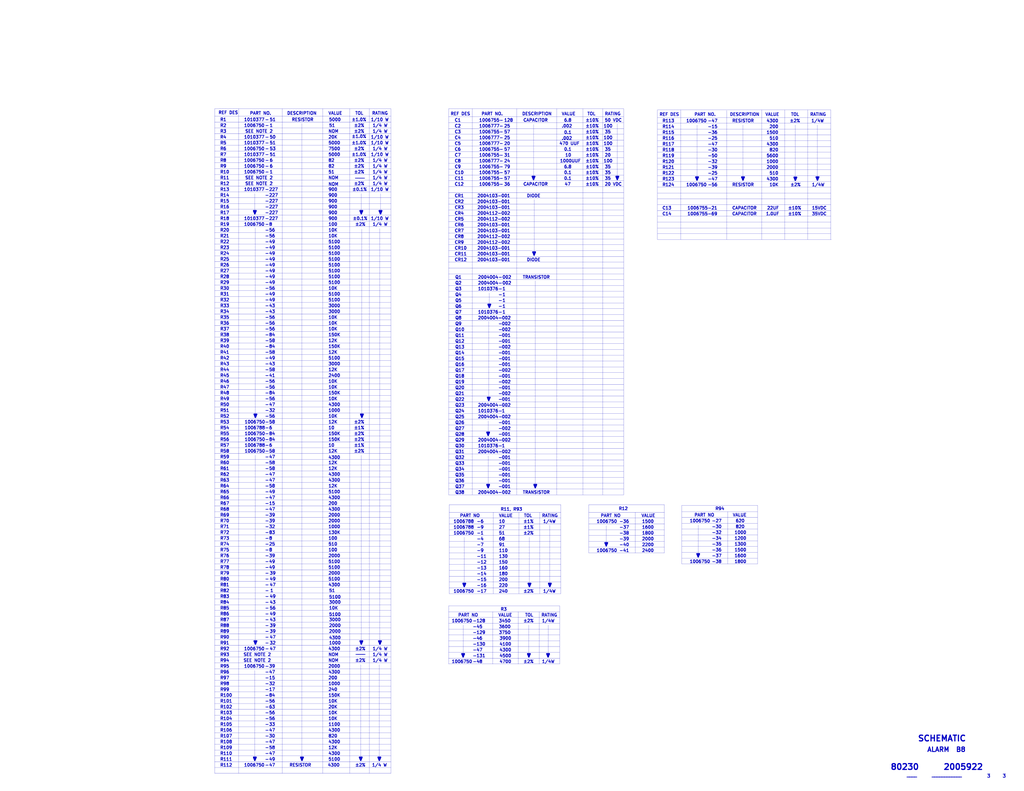
<source format=kicad_sch>
(kicad_sch (version 20211123) (generator eeschema)
  (paper "E")
  (polyline (pts (xy 810.895 136.525) (xy 810.895 196.215)) (stroke (width 0) (type solid)))
  (polyline (pts (xy 234.315 749.3) (xy 426.72 749.3)) (stroke (width 0) (type solid)))
  (polyline (pts (xy 584.2 275.2852) (xy 582.93 278.4602)) (stroke (width 1.524) (type solid)))
  (polyline (pts (xy 489.585 241.935) (xy 680.72 241.935)) (stroke (width 0) (type solid)))
  (polyline (pts (xy 515.62 118.745) (xy 515.62 540.385)) (stroke (width 0) (type solid)))
  (polyline (pts (xy 505.46 637.2352) (xy 508 637.2352)) (stroke (width 1.524) (type solid)))
  (polyline (pts (xy 489.585 248.285) (xy 680.72 248.285)) (stroke (width 0) (type solid)))
  (polyline (pts (xy 489.585 489.585) (xy 680.72 489.585)) (stroke (width 0) (type solid)))
  (polyline (pts (xy 489.585 718.82) (xy 610.87 718.82)) (stroke (width 0) (type solid)))
  (polyline (pts (xy 234.315 355.6) (xy 426.72 355.6)) (stroke (width 0) (type solid)))
  (polyline (pts (xy 234.315 730.25) (xy 426.72 730.25)) (stroke (width 0) (type solid)))
  (polyline (pts (xy 642.62 597.535) (xy 725.17 597.535)) (stroke (width 0) (type solid)))
  (polyline (pts (xy 234.315 812.8) (xy 426.72 812.8)) (stroke (width 0) (type solid)))
  (polyline (pts (xy 234.315 831.85) (xy 426.72 831.85)) (stroke (width 0) (type solid)))
  (polyline (pts (xy 415.925 700.1002) (xy 414.655 703.2752)) (stroke (width 1.524) (type solid)))
  (polyline (pts (xy 234.315 768.35) (xy 426.72 768.35)) (stroke (width 0) (type solid)))
  (polyline (pts (xy 566.42 559.435) (xy 566.42 648.335)) (stroke (width 0) (type solid)))
  (polyline (pts (xy 403.225 844.55) (xy 403.225 118.745)) (stroke (width 0) (type solid)))
  (polyline (pts (xy 394.97 455.93) (xy 394.97 250.19)) (stroke (width 0) (type solid)))
  (polyline (pts (xy 725.17 603.885) (xy 725.17 551.18)) (stroke (width 0) (type solid)))
  (polyline (pts (xy 489.585 216.535) (xy 680.72 216.535)) (stroke (width 0) (type solid)))
  (polyline (pts (xy 489.585 197.485) (xy 680.72 197.485)) (stroke (width 0) (type solid)))
  (polyline (pts (xy 672.465 192.7352) (xy 675.005 192.7352)) (stroke (width 1.524) (type solid)))
  (polyline (pts (xy 717.55 236.22) (xy 906.78 236.22)) (stroke (width 0) (type solid)))
  (polyline (pts (xy 234.315 698.5) (xy 426.72 698.5)) (stroke (width 0) (type solid)))
  (polyline (pts (xy 234.315 127) (xy 426.72 127)) (stroke (width 0) (type solid)))
  (polyline (pts (xy 673.735 195.9102) (xy 672.465 192.7352)) (stroke (width 1.524) (type solid)))
  (polyline (pts (xy 489.585 534.035) (xy 680.72 534.035)) (stroke (width 0) (type solid)))
  (polyline (pts (xy 277.495 452.4502) (xy 280.035 452.4502)) (stroke (width 1.524) (type solid)))
  (polyline (pts (xy 612.14 551.18) (xy 612.14 648.335)) (stroke (width 0) (type solid)))
  (polyline (pts (xy 810.895 196.5452) (xy 809.625 193.3702)) (stroke (width 1.524) (type solid)))
  (polyline (pts (xy 415.29 211.455) (xy 415.29 233.68)) (stroke (width 0) (type solid)))
  (polyline (pts (xy 585.47 529.2852) (xy 584.2 532.4602)) (stroke (width 1.524) (type solid)))
  (polyline (pts (xy 489.585 362.585) (xy 680.72 362.585)) (stroke (width 0) (type solid)))
  (polyline (pts (xy 234.315 819.15) (xy 426.72 819.15)) (stroke (width 0) (type solid)))
  (polyline (pts (xy 642.62 559.435) (xy 725.17 559.435)) (stroke (width 0) (type solid)))
  (polyline (pts (xy 234.315 838.2) (xy 426.72 838.2)) (stroke (width 0) (type solid)))
  (polyline (pts (xy 490.22 629.285) (xy 612.14 629.285)) (stroke (width 0) (type solid)))
  (polyline (pts (xy 490.22 578.485) (xy 612.14 578.485)) (stroke (width 0) (type solid)))
  (polyline (pts (xy 395.605 230.2002) (xy 394.335 233.3752)) (stroke (width 1.524) (type solid)))
  (polyline (pts (xy 506.73 586.74) (xy 506.73 640.08)) (stroke (width 0) (type solid)))
  (polyline (pts (xy 234.315 457.2) (xy 426.72 457.2)) (stroke (width 0) (type solid)))
  (polyline (pts (xy 744.22 565.15) (xy 826.77 565.15)) (stroke (width 0) (type solid)))
  (polyline (pts (xy 489.585 661.67) (xy 489.585 725.17)) (stroke (width 0) (type solid)))
  (polyline (pts (xy 329.565 830.2752) (xy 328.295 827.1002)) (stroke (width 1.524) (type solid)))
  (polyline (pts (xy 393.065 230.2002) (xy 395.605 230.2002)) (stroke (width 1.524) (type solid)))
  (polyline (pts (xy 759.46 193.3702) (xy 762 193.3702)) (stroke (width 1.524) (type solid)))
  (polyline (pts (xy 490.22 616.585) (xy 612.14 616.585)) (stroke (width 0) (type solid)))
  (polyline (pts (xy 394.97 827.1002) (xy 393.7 830.2752)) (stroke (width 1.524) (type solid)))
  (polyline (pts (xy 717.55 210.82) (xy 906.78 210.82)) (stroke (width 0) (type solid)))
  (polyline (pts (xy 588.645 668.02) (xy 588.645 725.17)) (stroke (width 0) (type solid)))
  (polyline (pts (xy 234.315 215.9) (xy 426.72 215.9)) (stroke (width 0) (type solid)))
  (polyline (pts (xy 490.22 551.18) (xy 490.22 648.335)) (stroke (width 0) (type solid)))
  (polyline (pts (xy 657.86 118.745) (xy 657.86 540.385)) (stroke (width 0) (type solid)))
  (polyline (pts (xy 489.585 184.785) (xy 680.72 184.785)) (stroke (width 0) (type solid)))
  (polyline (pts (xy 234.315 495.3) (xy 426.72 495.3)) (stroke (width 0) (type solid)))
  (polyline (pts (xy 583.565 192.7352) (xy 582.295 195.9102)) (stroke (width 1.524) (type solid)))
  (polyline (pts (xy 489.585 674.37) (xy 610.87 674.37)) (stroke (width 0) (type solid)))
  (polyline (pts (xy 642.62 551.18) (xy 725.17 551.18)) (stroke (width 0) (type solid)))
  (polyline (pts (xy 414.02 230.2002) (xy 416.56 230.2002)) (stroke (width 1.524) (type solid)))
  (polyline (pts (xy 490.22 610.235) (xy 612.14 610.235)) (stroke (width 0) (type solid)))
  (polyline (pts (xy 584.2 532.13) (xy 584.2 306.705)) (stroke (width 0) (type solid)))
  (polyline (pts (xy 489.585 254.635) (xy 680.72 254.635)) (stroke (width 0) (type solid)))
  (polyline (pts (xy 577.215 682.625) (xy 577.215 716.915)) (stroke (width 0) (type solid)))
  (polyline (pts (xy 662.94 592.7852) (xy 661.67 595.9602)) (stroke (width 1.524) (type solid)))
  (polyline (pts (xy 393.7 830.2752) (xy 392.43 827.1002)) (stroke (width 1.524) (type solid)))
  (polyline (pts (xy 490.22 584.835) (xy 612.14 584.835)) (stroke (width 0) (type solid)))
  (polyline (pts (xy 234.315 774.7) (xy 426.72 774.7)) (stroke (width 0) (type solid)))
  (polyline (pts (xy 812.165 193.3702) (xy 810.895 196.5452)) (stroke (width 1.524) (type solid)))
  (polyline (pts (xy 234.315 723.9) (xy 426.72 723.9)) (stroke (width 0) (type solid)))
  (polyline (pts (xy 234.315 165.1) (xy 426.72 165.1)) (stroke (width 0) (type solid)))
  (polyline (pts (xy 278.13 732.155) (xy 278.13 829.945)) (stroke (width 0) (type solid)))
  (polyline (pts (xy 642.62 565.785) (xy 725.17 565.785)) (stroke (width 0) (type solid)))
  (polyline (pts (xy 489.585 229.235) (xy 680.72 229.235)) (stroke (width 0) (type solid)))
  (polyline (pts (xy 675.005 192.7352) (xy 673.735 195.9102)) (stroke (width 1.524) (type solid)))
  (polyline (pts (xy 234.315 533.4) (xy 426.72 533.4)) (stroke (width 0) (type solid)))
  (polyline (pts (xy 234.315 209.55) (xy 426.72 209.55)) (stroke (width 0) (type solid)))
  (polyline (pts (xy 489.585 267.335) (xy 680.72 267.335)) (stroke (width 0) (type solid)))
  (polyline (pts (xy 234.315 514.35) (xy 426.72 514.35)) (stroke (width 0) (type solid)))
  (polyline (pts (xy 581.66 275.2852) (xy 584.2 275.2852)) (stroke (width 1.524) (type solid)))
  (polyline (pts (xy 868.045 136.525) (xy 868.045 196.215)) (stroke (width 0) (type solid)))
  (polyline (pts (xy 565.785 668.02) (xy 565.785 725.17)) (stroke (width 0) (type solid)))
  (polyline (pts (xy 234.315 666.75) (xy 426.72 666.75)) (stroke (width 0) (type solid)))
  (polyline (pts (xy 489.585 140.335) (xy 680.72 140.335)) (stroke (width 0) (type solid)))
  (polyline (pts (xy 538.48 559.435) (xy 538.48 648.335)) (stroke (width 0) (type solid)))
  (polyline (pts (xy 505.46 682.625) (xy 505.46 716.915)) (stroke (width 0) (type solid)))
  (polyline (pts (xy 744.22 558.8) (xy 826.77 558.8)) (stroke (width 0) (type solid)))
  (polyline (pts (xy 489.585 495.935) (xy 680.72 495.935)) (stroke (width 0) (type solid)))
  (polyline (pts (xy 531.495 529.2852) (xy 534.035 529.2852)) (stroke (width 1.524) (type solid)))
  (polyline (pts (xy 489.585 438.785) (xy 680.72 438.785)) (stroke (width 0) (type solid)))
  (polyline (pts (xy 794.385 558.8) (xy 794.385 615.95)) (stroke (width 0) (type solid)))
  (polyline (pts (xy 234.315 425.45) (xy 426.72 425.45)) (stroke (width 0) (type solid)))
  (polyline (pts (xy 414.02 830.2752) (xy 412.75 827.1002)) (stroke (width 1.524) (type solid)))
  (polyline (pts (xy 280.035 700.1002) (xy 278.765 703.2752)) (stroke (width 1.524) (type solid)))
  (polyline (pts (xy 717.55 120.015) (xy 906.78 120.015)) (stroke (width 0) (type solid)))
  (polyline (pts (xy 234.315 381) (xy 426.72 381)) (stroke (width 0) (type solid)))
  (polyline (pts (xy 234.315 800.1) (xy 426.72 800.1)) (stroke (width 0) (type solid)))
  (polyline (pts (xy 582.295 135.89) (xy 582.295 195.58)) (stroke (width 0) (type solid)))
  (polyline (pts (xy 489.585 699.77) (xy 610.87 699.77)) (stroke (width 0) (type solid)))
  (polyline (pts (xy 717.55 223.52) (xy 906.78 223.52)) (stroke (width 0) (type solid)))
  (polyline (pts (xy 532.765 459.74) (xy 532.765 475.615)) (stroke (width 0) (type solid)))
  (polyline (pts (xy 531.495 472.1352) (xy 534.035 472.1352)) (stroke (width 1.524) (type solid)))
  (polyline (pts (xy 534.035 472.1352) (xy 532.765 475.3102)) (stroke (width 1.524) (type solid)))
  (polyline (pts (xy 744.22 551.815) (xy 744.22 615.95)) (stroke (width 0) (type solid)))
  (polyline (pts (xy 234.315 781.05) (xy 426.72 781.05)) (stroke (width 0) (type solid)))
  (polyline (pts (xy 415.29 827.1002) (xy 414.02 830.2752)) (stroke (width 1.524) (type solid)))
  (polyline (pts (xy 582.93 217.805) (xy 582.93 277.495)) (stroke (width 0) (type solid)))
  (polyline (pts (xy 489.585 381.635) (xy 680.72 381.635)) (stroke (width 0) (type solid)))
  (polyline (pts (xy 234.315 565.15) (xy 426.72 565.15)) (stroke (width 0) (type solid)))
  (polyline (pts (xy 532.765 332.4352) (xy 535.305 332.4352)) (stroke (width 1.524) (type solid)))
  (polyline (pts (xy 393.065 700.1002) (xy 395.605 700.1002)) (stroke (width 1.524) (type solid)))
  (polyline (pts (xy 260.35 118.745) (xy 260.35 844.55)) (stroke (width 0) (type solid)))
  (polyline (pts (xy 412.75 827.1002) (xy 415.29 827.1002)) (stroke (width 1.524) (type solid)))
  (polyline (pts (xy 717.55 198.12) (xy 906.78 198.12)) (stroke (width 0) (type solid)))
  (polyline (pts (xy 234.315 520.7) (xy 426.72 520.7)) (stroke (width 0) (type solid)))
  (polyline (pts (xy 793.115 120.65) (xy 793.115 261.62)) (stroke (width 0) (type solid)))
  (polyline (pts (xy 642.62 572.135) (xy 725.17 572.135)) (stroke (width 0) (type solid)))
  (polyline (pts (xy 489.585 527.685) (xy 680.72 527.685)) (stroke (width 0) (type solid)))
  (polyline (pts (xy 490.22 641.985) (xy 612.14 641.985)) (stroke (width 0) (type solid)))
  (polyline (pts (xy 234.315 603.25) (xy 426.72 603.25)) (stroke (width 0) (type solid)))
  (polyline (pts (xy 717.55 166.37) (xy 906.78 166.37)) (stroke (width 0) (type solid)))
  (polyline (pts (xy 234.315 279.4) (xy 426.72 279.4)) (stroke (width 0) (type solid)))
  (polyline (pts (xy 234.315 177.8) (xy 426.72 177.8)) (stroke (width 0) (type solid)))
  (polyline (pts (xy 673.735 135.255) (xy 673.735 196.215)) (stroke (width 0) (type solid)))
  (polyline (pts (xy 234.315 679.45) (xy 426.72 679.45)) (stroke (width 0) (type solid)))
  (polyline (pts (xy 394.335 211.455) (xy 394.335 233.68)) (stroke (width 0) (type solid)))
  (polyline (pts (xy 489.585 426.085) (xy 680.72 426.085)) (stroke (width 0) (type solid)))
  (polyline (pts (xy 598.805 637.2352) (xy 601.345 637.2352)) (stroke (width 1.524) (type solid)))
  (polyline (pts (xy 394.335 497.205) (xy 394.335 702.945)) (stroke (width 0) (type solid)))
  (polyline (pts (xy 489.585 311.785) (xy 680.72 311.785)) (stroke (width 0) (type solid)))
  (polyline (pts (xy 234.315 825.5) (xy 426.72 825.5)) (stroke (width 0) (type solid)))
  (polyline (pts (xy 234.315 647.7) (xy 426.72 647.7)) (stroke (width 0) (type solid)))
  (polyline (pts (xy 393.7 725.805) (xy 393.7 829.945)) (stroke (width 0) (type solid)))
  (polyline (pts (xy 234.315 406.4) (xy 426.72 406.4)) (stroke (width 0) (type solid)))
  (polyline (pts (xy 234.315 273.05) (xy 426.72 273.05)) (stroke (width 0) (type solid)))
  (polyline (pts (xy 489.585 280.035) (xy 680.72 280.035)) (stroke (width 0) (type solid)))
  (polyline (pts (xy 234.315 412.75) (xy 426.72 412.75)) (stroke (width 0) (type solid)))
  (polyline (pts (xy 489.585 273.685) (xy 680.72 273.685)) (stroke (width 0) (type solid)))
  (polyline (pts (xy 717.55 179.07) (xy 906.78 179.07)) (stroke (width 0) (type solid)))
  (polyline (pts (xy 234.315 571.5) (xy 426.72 571.5)) (stroke (width 0) (type solid)))
  (polyline (pts (xy 394.335 233.3752) (xy 393.065 230.2002)) (stroke (width 1.524) (type solid)))
  (polyline (pts (xy 490.22 559.435) (xy 612.14 559.435)) (stroke (width 0) (type solid)))
  (polyline (pts (xy 717.55 191.77) (xy 906.78 191.77)) (stroke (width 0) (type solid)))
  (polyline (pts (xy 489.585 387.985) (xy 680.72 387.985)) (stroke (width 0) (type solid)))
  (polyline (pts (xy 589.28 559.435) (xy 589.28 648.335)) (stroke (width 0) (type solid)))
  (polyline (pts (xy 234.315 685.8) (xy 426.72 685.8)) (stroke (width 0) (type solid)))
  (polyline (pts (xy 234.315 152.4) (xy 426.72 152.4)) (stroke (width 0) (type solid)))
  (polyline (pts (xy 330.835 827.1002) (xy 329.565 830.2752)) (stroke (width 1.524) (type solid)))
  (polyline (pts (xy 307.975 118.745) (xy 307.975 844.55)) (stroke (width 0) (type solid)))
  (polyline (pts (xy 234.315 787.4) (xy 426.72 787.4)) (stroke (width 0) (type solid)))
  (polyline (pts (xy 489.585 375.285) (xy 680.72 375.285)) (stroke (width 0) (type solid)))
  (polyline (pts (xy 234.315 285.75) (xy 426.72 285.75)) (stroke (width 0) (type solid)))
  (polyline (pts (xy 582.93 278.4602) (xy 581.66 275.2852)) (stroke (width 1.524) (type solid)))
  (polyline (pts (xy 532.13 434.0352) (xy 534.67 434.0352)) (stroke (width 1.524) (type solid)))
  (polyline (pts (xy 533.4 351.155) (xy 533.4 437.515)) (stroke (width 0) (type solid)))
  (polyline (pts (xy 234.315 704.85) (xy 426.72 704.85)) (stroke (width 0) (type solid)))
  (polyline (pts (xy 234.315 292.1) (xy 426.72 292.1)) (stroke (width 0) (type solid)))
  (polyline (pts (xy 234.315 692.15) (xy 426.72 692.15)) (stroke (width 0) (type solid)))
  (polyline (pts (xy 234.315 558.8) (xy 426.72 558.8)) (stroke (width 0) (type solid)))
  (polyline (pts (xy 744.22 571.5) (xy 826.77 571.5)) (stroke (width 0) (type solid)))
  (polyline (pts (xy 717.55 255.27) (xy 906.78 255.27)) (stroke (width 0) (type solid)))
  (polyline (pts (xy 234.315 476.25) (xy 426.72 476.25)) (stroke (width 0) (type solid)))
  (polyline (pts (xy 234.315 736.6) (xy 426.72 736.6)) (stroke (width 0) (type solid)))
  (polyline (pts (xy 744.22 590.55) (xy 826.77 590.55)) (stroke (width 0) (type solid)))
  (polyline (pts (xy 596.9 714.0702) (xy 599.44 714.0702)) (stroke (width 1.524) (type solid)))
  (polyline (pts (xy 577.85 640.4102) (xy 576.58 637.2352)) (stroke (width 1.524) (type solid)))
  (polyline (pts (xy 395.605 700.1002) (xy 394.335 703.2752)) (stroke (width 1.524) (type solid)))
  (polyline (pts (xy 234.315 482.6) (xy 426.72 482.6)) (stroke (width 0) (type solid)))
  (polyline (pts (xy 744.22 596.9) (xy 826.77 596.9)) (stroke (width 0) (type solid)))
  (polyline (pts (xy 234.315 711.2) (xy 426.72 711.2)) (stroke (width 0) (type solid)))
  (polyline (pts (xy 717.55 217.17) (xy 906.78 217.17)) (stroke (width 0) (type solid)))
  (polyline (pts (xy 577.215 717.2452) (xy 575.945 714.0702)) (stroke (width 1.524) (type solid)))
  (polyline (pts (xy 490.22 565.785) (xy 612.14 565.785)) (stroke (width 0) (type solid)))
  (polyline (pts (xy 234.315 158.75) (xy 426.72 158.75)) (stroke (width 0) (type solid)))
  (polyline (pts (xy 234.315 622.3) (xy 426.72 622.3)) (stroke (width 0) (type solid)))
  (polyline (pts (xy 642.62 551.18) (xy 642.62 603.885)) (stroke (width 0) (type solid)))
  (polyline (pts (xy 760.73 604.8502) (xy 763.27 604.8502)) (stroke (width 1.524) (type solid)))
  (polyline (pts (xy 504.19 714.0702) (xy 506.73 714.0702)) (stroke (width 1.524) (type solid)))
  (polyline (pts (xy 234.315 762) (xy 426.72 762)) (stroke (width 0) (type solid)))
  (polyline (pts (xy 717.55 204.47) (xy 906.78 204.47)) (stroke (width 0) (type solid)))
  (polyline (pts (xy 508 637.2352) (xy 506.73 640.4102)) (stroke (width 1.524) (type solid)))
  (polyline (pts (xy 278.765 455.6252) (xy 277.495 452.4502)) (stroke (width 1.524) (type solid)))
  (polyline (pts (xy 489.585 235.585) (xy 680.72 235.585)) (stroke (width 0) (type solid)))
  (polyline (pts (xy 234.315 501.65) (xy 426.72 501.65)) (stroke (width 0) (type solid)))
  (polyline (pts (xy 489.585 451.485) (xy 680.72 451.485)) (stroke (width 0) (type solid)))
  (polyline (pts (xy 234.315 368.3) (xy 426.72 368.3)) (stroke (width 0) (type solid)))
  (polyline (pts (xy 535.305 332.4352) (xy 534.035 335.6102)) (stroke (width 1.524) (type solid)))
  (polyline (pts (xy 413.385 700.1002) (xy 415.925 700.1002)) (stroke (width 1.524) (type solid)))
  (polyline (pts (xy 416.56 230.2002) (xy 415.29 233.3752)) (stroke (width 1.524) (type solid)))
  (polyline (pts (xy 278.765 497.205) (xy 278.765 702.945)) (stroke (width 0) (type solid)))
  (polyline (pts (xy 717.55 147.32) (xy 906.78 147.32)) (stroke (width 0) (type solid)))
  (polyline (pts (xy 680.72 540.385) (xy 680.72 118.745)) (stroke (width 0) (type solid)))
  (polyline (pts (xy 234.315 330.2) (xy 426.72 330.2)) (stroke (width 0) (type solid)))
  (polyline (pts (xy 489.585 445.135) (xy 680.72 445.135)) (stroke (width 0) (type solid)))
  (polyline (pts (xy 234.315 266.7) (xy 426.72 266.7)) (stroke (width 0) (type solid)))
  (polyline (pts (xy 762 573.405) (xy 762 608.33)) (stroke (width 0) (type solid)))
  (polyline (pts (xy 489.585 476.885) (xy 680.72 476.885)) (stroke (width 0) (type solid)))
  (polyline (pts (xy 869.315 193.675) (xy 868.045 196.85)) (stroke (width 1.524) (type solid)))
  (polyline (pts (xy 489.585 680.72) (xy 610.87 680.72)) (stroke (width 0) (type solid)))
  (polyline (pts (xy 489.585 349.885) (xy 680.72 349.885)) (stroke (width 0) (type solid)))
  (polyline (pts (xy 414.02 829.945) (xy 414.02 725.805)) (stroke (width 0) (type solid)))
  (polyline (pts (xy 489.585 191.135) (xy 680.72 191.135)) (stroke (width 0) (type solid)))
  (polyline (pts (xy 234.315 419.1) (xy 426.72 419.1)) (stroke (width 0) (type solid)))
  (polyline (pts (xy 868.045 196.85) (xy 866.775 193.675)) (stroke (width 1.524) (type solid)))
  (polyline (pts (xy 576.58 637.2352) (xy 579.12 637.2352)) (stroke (width 1.524) (type solid)))
  (polyline (pts (xy 506.73 714.0702) (xy 505.46 717.2452)) (stroke (width 1.524) (type solid)))
  (polyline (pts (xy 760.73 196.5452) (xy 759.46 193.3702)) (stroke (width 1.524) (type solid)))
  (polyline (pts (xy 234.315 241.3) (xy 426.72 241.3)) (stroke (width 0) (type solid)))
  (polyline (pts (xy 394.335 703.2752) (xy 393.065 700.1002)) (stroke (width 1.524) (type solid)))
  (polyline (pts (xy 234.315 342.9) (xy 426.72 342.9)) (stroke (width 0) (type solid)))
  (polyline (pts (xy 234.315 552.45) (xy 426.72 552.45)) (stroke (width 0) (type solid)))
  (polyline (pts (xy 660.4 592.7852) (xy 662.94 592.7852)) (stroke (width 1.524) (type solid)))
  (polyline (pts (xy 636.27 540.385) (xy 636.27 118.745)) (stroke (width 0) (type solid)))
  (polyline (pts (xy 489.585 712.47) (xy 610.87 712.47)) (stroke (width 0) (type solid)))
  (polyline (pts (xy 490.22 591.185) (xy 612.14 591.185)) (stroke (width 0) (type solid)))
  (polyline (pts (xy 276.86 827.1002) (xy 279.4 827.1002)) (stroke (width 1.524) (type solid)))
  (polyline (pts (xy 489.585 178.435) (xy 680.72 178.435)) (stroke (width 0) (type solid)))
  (polyline (pts (xy 489.585 203.835) (xy 680.72 203.835)) (stroke (width 0) (type solid)))
  (polyline (pts (xy 534.035 320.04) (xy 534.035 335.915)) (stroke (width 0) (type solid)))
  (polyline (pts (xy 234.315 488.95) (xy 426.72 488.95)) (stroke (width 0) (type solid)))
  (polyline (pts (xy 906.78 120.015) (xy 906.78 261.62)) (stroke (width 0) (type solid)))
  (polyline (pts (xy 533.4 437.2102) (xy 532.13 434.0352)) (stroke (width 1.524) (type solid)))
  (polyline (pts (xy 234.315 228.6) (xy 426.72 228.6)) (stroke (width 0) (type solid)))
  (polyline (pts (xy 601.345 637.2352) (xy 600.075 640.4102)) (stroke (width 1.524) (type solid)))
  (polyline (pts (xy 234.315 673.1) (xy 426.72 673.1)) (stroke (width 0) (type solid)))
  (polyline (pts (xy 600.075 640.4102) (xy 598.805 637.2352)) (stroke (width 1.524) (type solid)))
  (polyline (pts (xy 489.585 330.835) (xy 680.72 330.835)) (stroke (width 0) (type solid)))
  (polyline (pts (xy 234.315 806.45) (xy 426.72 806.45)) (stroke (width 0) (type solid)))
  (polyline (pts (xy 234.315 190.5) (xy 426.72 190.5)) (stroke (width 0) (type solid)))
  (polyline (pts (xy 744.22 609.6) (xy 826.77 609.6)) (stroke (width 0) (type solid)))
  (polyline (pts (xy 489.585 299.085) (xy 680.72 299.085)) (stroke (width 0) (type solid)))
  (polyline (pts (xy 642.62 591.185) (xy 725.17 591.185)) (stroke (width 0) (type solid)))
  (polyline (pts (xy 234.315 317.5) (xy 426.72 317.5)) (stroke (width 0) (type solid)))
  (polyline (pts (xy 717.55 160.02) (xy 906.78 160.02)) (stroke (width 0) (type solid)))
  (polyline (pts (xy 234.315 203.2) (xy 426.72 203.2)) (stroke (width 0) (type solid)))
  (polyline (pts (xy 489.585 470.535) (xy 680.72 470.535)) (stroke (width 0) (type solid)))
  (polyline (pts (xy 280.035 452.4502) (xy 278.765 455.6252)) (stroke (width 1.524) (type solid)))
  (polyline (pts (xy 881.38 120.015) (xy 881.38 261.62)) (stroke (width 0) (type solid)))
  (polyline (pts (xy 489.585 343.535) (xy 680.72 343.535)) (stroke (width 0) (type solid)))
  (polyline (pts (xy 489.585 260.985) (xy 680.72 260.985)) (stroke (width 0) (type solid)))
  (polyline (pts (xy 489.585 706.12) (xy 610.87 706.12)) (stroke (width 0) (type solid)))
  (polyline (pts (xy 693.42 559.435) (xy 693.42 603.885)) (stroke (width 0) (type solid)))
  (polyline (pts (xy 489.585 508.635) (xy 680.72 508.635)) (stroke (width 0) (type solid)))
  (polyline (pts (xy 490.22 648.335) (xy 612.14 648.335)) (stroke (width 0) (type solid)))
  (polyline (pts (xy 278.765 703.2752) (xy 277.495 700.1002)) (stroke (width 1.524) (type solid)))
  (polyline (pts (xy 234.315 717.55) (xy 426.72 717.55)) (stroke (width 0) (type solid)))
  (polyline (pts (xy 642.62 603.885) (xy 725.17 603.885)) (stroke (width 0) (type solid)))
  (polyline (pts (xy 532.765 532.4602) (xy 531.495 529.2852)) (stroke (width 1.524) (type solid)))
  (polyline (pts (xy 537.845 668.02) (xy 537.845 725.17)) (stroke (width 0) (type solid)))
  (polyline (pts (xy 717.55 261.62) (xy 907.415 261.62)) (stroke (width 0) (type solid)))
  (polyline (pts (xy 234.315 171.45) (xy 426.72 171.45)) (stroke (width 0) (type solid)))
  (polyline (pts (xy 489.585 502.285) (xy 680.72 502.285)) (stroke (width 0) (type solid)))
  (polyline (pts (xy 866.775 193.675) (xy 869.315 193.675)) (stroke (width 1.524) (type solid)))
  (polyline (pts (xy 607.695 118.745) (xy 607.695 540.385)) (stroke (width 0) (type solid)))
  (polyline (pts (xy 234.315 742.95) (xy 426.72 742.95)) (stroke (width 0) (type solid)))
  (polyline (pts (xy 856.615 120.015) (xy 856.615 261.62)) (stroke (width 0) (type solid)))
  (polyline (pts (xy 744.22 577.85) (xy 826.77 577.85)) (stroke (width 0) (type solid)))
  (polyline (pts (xy 234.315 298.45) (xy 426.72 298.45)) (stroke (width 0) (type solid)))
  (polyline (pts (xy 582.295 195.9102) (xy 581.025 192.7352)) (stroke (width 1.524) (type solid)))
  (polyline (pts (xy 392.43 827.1002) (xy 394.97 827.1002)) (stroke (width 1.524) (type solid)))
  (polyline (pts (xy 661.67 595.9602) (xy 660.4 592.7852)) (stroke (width 1.524) (type solid)))
  (polyline (pts (xy 892.175 136.525) (xy 892.175 195.58)) (stroke (width 0) (type solid)))
  (polyline (pts (xy 234.315 133.35) (xy 426.72 133.35)) (stroke (width 0) (type solid)))
  (polyline (pts (xy 489.585 337.185) (xy 680.72 337.185)) (stroke (width 0) (type solid)))
  (polyline (pts (xy 234.315 234.95) (xy 426.72 234.95)) (stroke (width 0) (type solid)))
  (polyline (pts (xy 760.73 136.525) (xy 760.73 196.215)) (stroke (width 0) (type solid)))
  (polyline (pts (xy 581.025 192.7352) (xy 583.565 192.7352)) (stroke (width 1.524) (type solid)))
  (polyline (pts (xy 234.315 323.85) (xy 426.72 323.85)) (stroke (width 0) (type solid)))
  (polyline (pts (xy 234.315 577.85) (xy 426.72 577.85)) (stroke (width 0) (type solid)))
  (polyline (pts (xy 762 608.0252) (xy 760.73 604.8502)) (stroke (width 1.524) (type solid)))
  (polyline (pts (xy 276.86 230.2002) (xy 279.4 230.2002)) (stroke (width 1.524) (type solid)))
  (polyline (pts (xy 490.22 622.935) (xy 612.14 622.935)) (stroke (width 0) (type solid)))
  (polyline (pts (xy 534.035 529.2852) (xy 532.765 532.4602)) (stroke (width 1.524) (type solid)))
  (polyline (pts (xy 893.445 193.3702) (xy 892.175 196.5452)) (stroke (width 1.524) (type solid)))
  (polyline (pts (xy 234.315 596.9) (xy 426.72 596.9)) (stroke (width 0) (type solid)))
  (polyline (pts (xy 414.655 703.2752) (xy 413.385 700.1002)) (stroke (width 1.524) (type solid)))
  (polyline (pts (xy 489.585 725.17) (xy 610.87 725.17)) (stroke (width 0) (type solid)))
  (polyline (pts (xy 489.585 286.385) (xy 680.72 286.385)) (stroke (width 0) (type solid)))
  (polyline (pts (xy 489.585 318.135) (xy 680.72 318.135)) (stroke (width 0) (type solid)))
  (polyline (pts (xy 744.22 615.95) (xy 826.77 615.95)) (stroke (width 0) (type solid)))
  (polyline (pts (xy 489.585 687.07) (xy 610.87 687.07)) (stroke (width 0) (type solid)))
  (polyline (pts (xy 610.87 661.67) (xy 610.87 725.17)) (stroke (width 0) (type solid)))
  (polyline (pts (xy 489.585 368.935) (xy 680.72 368.935)) (stroke (width 0) (type solid)))
  (polyline (pts (xy 489.585 464.185) (xy 680.72 464.185)) (stroke (width 0) (type solid)))
  (polyline (pts (xy 506.73 640.4102) (xy 505.46 637.2352)) (stroke (width 1.524) (type solid)))
  (polyline (pts (xy 234.315 400.05) (xy 426.72 400.05)) (stroke (width 0) (type solid)))
  (polyline (pts (xy 532.765 497.84) (xy 532.765 532.765)) (stroke (width 0) (type solid)))
  (polyline (pts (xy 234.315 641.35) (xy 426.72 641.35)) (stroke (width 0) (type solid)))
  (polyline (pts (xy 489.585 127.635) (xy 680.72 127.635)) (stroke (width 0) (type solid)))
  (polyline (pts (xy 598.17 717.2452) (xy 596.9 714.0702)) (stroke (width 1.524) (type solid)))
  (polyline (pts (xy 489.585 356.235) (xy 680.72 356.235)) (stroke (width 0) (type solid)))
  (polyline (pts (xy 328.295 827.1002) (xy 330.835 827.1002)) (stroke (width 1.524) (type solid)))
  (polyline (pts (xy 278.13 211.455) (xy 278.13 233.68)) (stroke (width 0) (type solid)))
  (polyline (pts (xy 489.585 118.745) (xy 680.72 118.745)) (stroke (width 0) (type solid)))
  (polyline (pts (xy 415.29 233.3752) (xy 414.02 230.2002)) (stroke (width 1.524) (type solid)))
  (polyline (pts (xy 584.2 532.4602) (xy 582.93 529.2852)) (stroke (width 1.524) (type solid)))
  (polyline (pts (xy 234.315 635) (xy 426.72 635)) (stroke (width 0) (type solid)))
  (polyline (pts (xy 234.315 118.745) (xy 234.315 844.55)) (stroke (width 0) (type solid)))
  (polyline (pts (xy 234.315 260.35) (xy 426.72 260.35)) (stroke (width 0) (type solid)))
  (polyline (pts (xy 490.22 551.18) (xy 612.14 551.18)) (stroke (width 0) (type solid)))
  (polyline (pts (xy 489.585 457.835) (xy 680.72 457.835)) (stroke (width 0) (type solid)))
  (polyline (pts (xy 489.585 159.385) (xy 680.72 159.385)) (stroke (width 0) (type solid)))
  (polyline (pts (xy 234.315 393.7) (xy 426.72 393.7)) (stroke (width 0) (type solid)))
  (polyline (pts (xy 489.585 407.035) (xy 680.72 407.035)) (stroke (width 0) (type solid)))
  (polyline (pts (xy 489.585 693.42) (xy 610.87 693.42)) (stroke (width 0) (type solid)))
  (polyline (pts (xy 578.485 714.0702) (xy 577.215 717.2452)) (stroke (width 1.524) (type solid)))
  (polyline (pts (xy 489.585 292.735) (xy 680.72 292.735)) (stroke (width 0) (type solid)))
  (polyline (pts (xy 234.315 844.55) (xy 426.72 844.55)) (stroke (width 0) (type solid)))
  (polyline (pts (xy 234.315 184.15) (xy 426.72 184.15)) (stroke (width 0) (type solid)))
  (polyline (pts (xy 642.62 584.835) (xy 725.17 584.835)) (stroke (width 0) (type solid)))
  (polyline (pts (xy 489.585 165.735) (xy 680.72 165.735)) (stroke (width 0) (type solid)))
  (polyline (pts (xy 563.88 118.745) (xy 563.88 540.385)) (stroke (width 0) (type solid)))
  (polyline (pts (xy 234.315 755.65) (xy 426.72 755.65)) (stroke (width 0) (type solid)))
  (polyline (pts (xy 279.4 230.2002) (xy 278.13 233.3752)) (stroke (width 1.524) (type solid)))
  (polyline (pts (xy 352.425 844.55) (xy 352.425 118.745)) (stroke (width 0) (type solid)))
  (polyline (pts (xy 890.905 193.3702) (xy 893.445 193.3702)) (stroke (width 1.524) (type solid)))
  (polyline (pts (xy 763.27 604.8502) (xy 762 608.0252)) (stroke (width 1.524) (type solid)))
  (polyline (pts (xy 717.55 128.27) (xy 906.78 128.27)) (stroke (width 0) (type solid)))
  (polyline (pts (xy 489.585 400.685) (xy 680.72 400.685)) (stroke (width 0) (type solid)))
  (polyline (pts (xy 234.315 311.15) (xy 426.72 311.15)) (stroke (width 0) (type solid)))
  (polyline (pts (xy 490.22 572.135) (xy 612.14 572.135)) (stroke (width 0) (type solid)))
  (polyline (pts (xy 490.22 603.885) (xy 612.14 603.885)) (stroke (width 0) (type solid)))
  (polyline (pts (xy 234.315 374.65) (xy 426.72 374.65)) (stroke (width 0) (type solid)))
  (polyline (pts (xy 489.585 118.745) (xy 489.585 540.385)) (stroke (width 0) (type solid)))
  (polyline (pts (xy 831.215 120.015) (xy 831.215 261.62)) (stroke (width 0) (type solid)))
  (polyline (pts (xy 329.565 829.945) (xy 329.565 134.62)) (stroke (width 0) (type solid)))
  (polyline (pts (xy 642.62 578.485) (xy 725.17 578.485)) (stroke (width 0) (type solid)))
  (polyline (pts (xy 717.55 229.87) (xy 906.78 229.87)) (stroke (width 0) (type solid)))
  (polyline (pts (xy 234.315 222.25) (xy 426.72 222.25)) (stroke (width 0) (type solid)))
  (polyline (pts (xy 490.22 635.635) (xy 612.14 635.635)) (stroke (width 0) (type solid)))
  (polyline (pts (xy 577.85 586.74) (xy 577.85 640.715)) (stroke (width 0) (type solid)))
  (polyline (pts (xy 489.585 153.035) (xy 680.72 153.035)) (stroke (width 0) (type solid)))
  (polyline (pts (xy 426.72 118.745) (xy 426.72 844.55)) (stroke (width 0) (type solid)))
  (polyline (pts (xy 489.585 394.335) (xy 680.72 394.335)) (stroke (width 0) (type solid)))
  (polyline (pts (xy 717.55 140.97) (xy 906.78 140.97)) (stroke (width 0) (type solid)))
  (polyline (pts (xy 234.315 254) (xy 426.72 254)) (stroke (width 0) (type solid)))
  (polyline (pts (xy 826.77 615.95) (xy 826.77 551.815)) (stroke (width 0) (type solid)))
  (polyline (pts (xy 234.315 146.05) (xy 426.72 146.05)) (stroke (width 0) (type solid)))
  (polyline (pts (xy 414.655 703.58) (xy 414.655 249.555)) (stroke (width 0) (type solid)))
  (polyline (pts (xy 717.55 172.72) (xy 906.78 172.72)) (stroke (width 0) (type solid)))
  (polyline (pts (xy 489.585 305.435) (xy 680.72 305.435)) (stroke (width 0) (type solid)))
  (polyline (pts (xy 534.67 434.0352) (xy 533.4 437.2102)) (stroke (width 1.524) (type solid)))
  (polyline (pts (xy 234.315 304.8) (xy 426.72 304.8)) (stroke (width 0) (type solid)))
  (polyline (pts (xy 717.55 153.67) (xy 906.78 153.67)) (stroke (width 0) (type solid)))
  (polyline (pts (xy 762 193.3702) (xy 760.73 196.5452)) (stroke (width 1.524) (type solid)))
  (polyline (pts (xy 489.585 668.02) (xy 610.87 668.02)) (stroke (width 0) (type solid)))
  (polyline (pts (xy 717.55 134.62) (xy 906.78 134.62)) (stroke (width 0) (type solid)))
  (polyline (pts (xy 234.315 584.2) (xy 426.72 584.2)) (stroke (width 0) (type solid)))
  (polyline (pts (xy 534.035 335.6102) (xy 532.765 332.4352)) (stroke (width 1.524) (type solid)))
  (polyline (pts (xy 394.97 455.6252) (xy 393.7 452.4502)) (stroke (width 1.524) (type solid)))
  (polyline (pts (xy 234.315 444.5) (xy 426.72 444.5)) (stroke (width 0) (type solid)))
  (polyline (pts (xy 717.55 120.015) (xy 717.55 261.62)) (stroke (width 0) (type solid)))
  (polyline (pts (xy 234.315 118.745) (xy 426.72 118.745)) (stroke (width 0) (type solid)))
  (polyline (pts (xy 489.585 661.67) (xy 610.87 661.67)) (stroke (width 0) (type solid)))
  (polyline (pts (xy 278.13 830.2752) (xy 276.86 827.1002)) (stroke (width 1.524) (type solid)))
  (polyline (pts (xy 489.585 210.185) (xy 680.72 210.185)) (stroke (width 0) (type solid)))
  (polyline (pts (xy 809.625 193.3702) (xy 812.165 193.3702)) (stroke (width 1.524) (type solid)))
  (polyline (pts (xy 744.22 603.25) (xy 826.77 603.25)) (stroke (width 0) (type solid)))
  (polyline (pts (xy 234.315 247.65) (xy 426.72 247.65)) (stroke (width 0) (type solid)))
  (polyline (pts (xy 279.4 827.1002) (xy 278.13 830.2752)) (stroke (width 1.524) (type solid)))
  (polyline (pts (xy 892.175 196.5452) (xy 890.905 193.3702)) (stroke (width 1.524) (type solid)))
  (polyline (pts (xy 744.22 551.815) (xy 826.77 551.815)) (stroke (width 0) (type solid)))
  (polyline (pts (xy 278.13 233.3752) (xy 276.86 230.2002)) (stroke (width 1.524) (type solid)))
  (polyline (pts (xy 234.315 387.35) (xy 426.72 387.35)) (stroke (width 0) (type solid)))
  (polyline (pts (xy 396.24 452.4502) (xy 394.97 455.6252)) (stroke (width 1.524) (type solid)))
  (polyline (pts (xy 234.315 438.15) (xy 426.72 438.15)) (stroke (width 0) (type solid)))
  (polyline (pts (xy 234.315 361.95) (xy 426.72 361.95)) (stroke (width 0) (type solid)))
  (polyline (pts (xy 717.55 248.92) (xy 906.78 248.92)) (stroke (width 0) (type solid)))
  (polyline (pts (xy 278.765 248.92) (xy 278.765 455.295)) (stroke (width 0) (type solid)))
  (polyline (pts (xy 717.55 242.57) (xy 906.78 242.57)) (stroke (width 0) (type solid)))
  (polyline (pts (xy 234.315 590.55) (xy 426.72 590.55)) (stroke (width 0) (type solid)))
  (polyline (pts (xy 661.67 574.04) (xy 661.67 595.63)) (stroke (width 0) (type solid)))
  (polyline (pts (xy 234.315 336.55) (xy 426.72 336.55)) (stroke (width 0) (type solid)))
  (polyline (pts (xy 234.315 349.25) (xy 426.72 349.25)) (stroke (width 0) (type solid)))
  (polyline (pts (xy 505.46 717.2452) (xy 504.19 714.0702)) (stroke (width 1.524) (type solid)))
  (polyline (pts (xy 489.585 514.985) (xy 680.72 514.985)) (stroke (width 0) (type solid)))
  (polyline (pts (xy 489.585 413.385) (xy 680.72 413.385)) (stroke (width 0) (type solid)))
  (polyline (pts (xy 234.315 793.75) (xy 426.72 793.75)) (stroke (width 0) (type solid)))
  (polyline (pts (xy 234.315 539.75) (xy 426.72 539.75)) (stroke (width 0) (type solid)))
  (polyline (pts (xy 532.765 475.3102) (xy 531.495 472.1352)) (stroke (width 1.524) (type solid)))
  (polyline (pts (xy 234.315 196.85) (xy 426.72 196.85)) (stroke (width 0) (type solid)))
  (polyline (pts (xy 489.585 419.735) (xy 680.72 419.735)) (stroke (width 0) (type solid)))
  (polyline (pts (xy 234.315 628.65) (xy 426.72 628.65)) (stroke (width 0) (type solid)))
  (polyline (pts (xy 234.315 469.9) (xy 426.72 469.9)) (stroke (width 0) (type solid)))
  (polyline (pts (xy 234.315 654.05) (xy 426.72 654.05)) (stroke (width 0) (type solid)))
  (polyline (pts (xy 393.7 452.4502) (xy 396.24 452.4502)) (stroke (width 1.524) (type solid)))
  (polyline (pts (xy 234.315 463.55) (xy 426.72 463.55)) (stroke (width 0) (type solid)))
  (polyline (pts (xy 490.22 597.535) (xy 612.14 597.535)) (stroke (width 0) (type solid)))
  (polyline (pts (xy 489.585 483.235) (xy 680.72 483.235)) (stroke (width 0) (type solid)))
  (polyline (pts (xy 234.315 527.05) (xy 426.72 527.05)) (stroke (width 0) (type solid)))
  (polyline (pts (xy 489.585 540.385) (xy 680.72 540.385)) (stroke (width 0) (type solid)))
  (polyline (pts (xy 717.55 185.42) (xy 906.78 185.42)) (stroke (width 0) (type solid)))
  (polyline (pts (xy 489.585 172.085) (xy 680.72 172.085)) (stroke (width 0) (type solid)))
  (polyline (pts (xy 489.585 146.685) (xy 680.72 146.685)) (stroke (width 0) (type solid)))
  (polyline (pts (xy 489.585 432.435) (xy 680.72 432.435)) (stroke (width 0) (type solid)))
  (polyline (pts (xy 579.12 637.2352) (xy 577.85 640.4102)) (stroke (width 1.524) (type solid)))
  (polyline (pts (xy 489.585 521.335) (xy 680.72 521.335)) (stroke (width 0) (type solid)))
  (polyline (pts (xy 489.585 222.885) (xy 680.72 222.885)) (stroke (width 0) (type solid)))
  (polyline (pts (xy 234.315 615.95) (xy 426.72 615.95)) (stroke (width 0) (type solid)))
  (polyline (pts (xy 381.635 118.745) (xy 381.635 844.55)) (stroke (width 0) (type solid)))
  (polyline (pts (xy 742.95 120.015) (xy 742.95 261.62)) (stroke (width 0) (type solid)))
  (polyline (pts (xy 600.075 573.405) (xy 600.075 640.715)) (stroke (width 0) (type solid)))
  (polyline (pts (xy 575.945 714.0702) (xy 578.485 714.0702)) (stroke (width 1.524) (type solid)))
  (polyline (pts (xy 234.315 450.85) (xy 426.72 450.85)) (stroke (width 0) (type solid)))
  (polyline (pts (xy 582.93 529.2852) (xy 585.47 529.2852)) (stroke (width 1.524) (type solid)))
  (polyline (pts (xy 277.495 700.1002) (xy 280.035 700.1002)) (stroke (width 1.524) (type solid)))
  (polyline (pts (xy 234.315 660.4) (xy 426.72 660.4)) (stroke (width 0) (type solid)))
  (polyline (pts (xy 234.315 431.8) (xy 426.72 431.8)) (stroke (width 0) (type solid)))
  (polyline (pts (xy 489.585 324.485) (xy 680.72 324.485)) (stroke (width 0) (type solid)))
  (polyline (pts (xy 234.315 139.7) (xy 426.72 139.7)) (stroke (width 0) (type solid)))
  (polyline (pts (xy 598.17 682.625) (xy 598.17 716.915)) (stroke (width 0) (type solid)))
  (polyline (pts (xy 234.315 546.1) (xy 426.72 546.1)) (stroke (width 0) (type solid)))
  (polyline (pts (xy 599.44 714.0702) (xy 598.17 717.2452)) (stroke (width 1.524) (type solid)))
  (polyline (pts (xy 489.585 133.985) (xy 680.72 133.985)) (stroke (width 0) (type solid)))
  (polyline (pts (xy 234.315 609.6) (xy 426.72 609.6)) (stroke (width 0) (type solid)))
  (polyline (pts (xy 744.22 584.2) (xy 826.77 584.2)) (stroke (width 0) (type solid)))
  (polyline (pts (xy 234.315 508) (xy 426.72 508)) (stroke (width 0) (type solid)))
  (text "Q9" (at 496.57 355.6 0) (effects (font (size 3.302 3.302) (thickness 0.6604) bold) (justify left bottom)))
  (text "49" (at 293.37 310.515 0) (effects (font (size 3.302 3.302) (thickness 0.6604) bold) (justify left bottom)))
  (text "49" (at 293.37 323.215 0) (effects (font (size 3.302 3.302) (thickness 0.6604) bold) (justify left bottom)))
  (text "240" (at 358.14 755.015 0) (effects (font (size 3.302 3.302) (thickness 0.6604) bold) (justify left bottom)))
  (text "39" (at 294.005 685.165 0) (effects (font (size 3.302 3.302) (thickness 0.6604) bold) (justify left bottom)))
  (text "3000" (at 358.775 678.815 0) (effects (font (size 3.302 3.302) (thickness 0.6604) bold) (justify left bottom)))
  (text "4300" (at 544.83 711.835 0) (effects (font (size 3.302 3.302) (thickness 0.6604) bold) (justify left bottom)))
  (text "±10%" (at 638.81 158.75 0) (effects (font (size 3.302 3.302) (thickness 0.6604) bold) (justify left bottom)))
  (text "R70" (at 240.03 570.865 0) (effects (font (size 3.302 3.302) (thickness 0.6604) bold) (justify left bottom)))
  (text "-" (at 543.56 419.1 0) (effects (font (size 3.302 3.302) (thickness 0.6604) bold) (justify left bottom)))
  (text "510" (at 358.14 596.265 0) (effects (font (size 3.302 3.302) (thickness 0.6604) bold) (justify left bottom)))
  (text "47" (at 293.37 443.865 0) (effects (font (size 3.302 3.302) (thickness 0.6604) bold) (justify left bottom)))
  (text "R41" (at 240.03 386.715 0) (effects (font (size 3.302 3.302) (thickness 0.6604) bold) (justify left bottom)))
  (text "1010377" (at 266.065 151.765 0) (effects (font (size 3.302 3.302) (thickness 0.6604) bold) (justify left bottom)))
  (text "47" (at 293.37 812.165 0) (effects (font (size 3.302 3.302) (thickness 0.6604) bold) (justify left bottom)))
  (text "1/10 W" (at 404.495 240.665 0) (effects (font (size 3.302 3.302) (thickness 0.6604) bold) (justify left bottom)))
  (text "2004004" (at 521.335 495.3 0) (effects (font (size 3.302 3.302) (thickness 0.6604) bold) (justify left bottom)))
  (text "130K" (at 358.14 583.565 0) (effects (font (size 3.302 3.302) (thickness 0.6604) bold) (justify left bottom)))
  (text "C8" (at 495.935 177.8 0) (effects (font (size 3.302 3.302) (thickness 0.6604) bold) (justify left bottom)))
  (text "900" (at 358.14 234.315 0) (effects (font (size 3.302 3.302) (thickness 0.6604) bold) (justify left bottom)))
  (text "17" (at 293.37 755.015 0) (effects (font (size 3.302 3.302) (thickness 0.6604) bold) (justify left bottom)))
  (text "10K" (at 358.14 786.765 0) (effects (font (size 3.302 3.302) (thickness 0.6604) bold) (justify left bottom)))
  (text "R119" (at 722.63 172.085 0) (effects (font (size 3.302 3.302) (thickness 0.6604) bold) (justify left bottom)))
  (text "24" (at 549.91 177.8 0) (effects (font (size 3.302 3.302) (thickness 0.6604) bold) (justify left bottom)))
  (text "±2%" (at 861.695 133.985 0) (effects (font (size 3.302 3.302) (thickness 0.6604) bold) (justify left bottom)))
  (text "1100" (at 358.14 793.115 0) (effects (font (size 3.302 3.302) (thickness 0.6604) bold) (justify left bottom)))
  (text "VALUE" (at 699.77 565.15 0) (effects (font (size 3.302 3.302) (thickness 0.6604) bold) (justify left bottom)))
  (text "-47" (at 772.16 159.385 0) (effects (font (size 3.302 3.302) (thickness 0.6604) bold) (justify left bottom)))
  (text "-" (at 288.925 507.365 0) (effects (font (size 3.302 3.302) (thickness 0.6604) bold) (justify left bottom)))
  (text "10K" (at 358.14 361.315 0) (effects (font (size 3.302 3.302) (thickness 0.6604) bold) (justify left bottom)))
  (text "R99" (at 240.03 755.015 0) (effects (font (size 3.302 3.302) (thickness 0.6604) bold) (justify left bottom)))
  (text "10" (at 358.14 469.265 0) (effects (font (size 3.302 3.302) (thickness 0.6604) bold) (justify left bottom)))
  (text "5100" (at 358.14 272.415 0) (effects (font (size 3.302 3.302) (thickness 0.6604) bold) (justify left bottom)))
  (text "-" (at 543.56 450.85 0) (effects (font (size 3.302 3.302) (thickness 0.6604) bold) (justify left bottom)))
  (text "-16" (at 520.065 641.35 0) (effects (font (size 3.302 3.302) (thickness 0.6604) bold) (justify left bottom)))
  (text "6.8" (at 615.315 184.15 0) (effects (font (size 3.302 3.302) (thickness 0.6604) bold) (justify left bottom)))
  (text "2000" (at 836.295 184.785 0) (effects (font (size 3.302 3.302) (thickness 0.6604) bold) (justify left bottom)))
  (text "51" (at 294.005 170.815 0) (effects (font (size 3.302 3.302) (thickness 0.6604) bold) (justify left bottom)))
  (text "Q5" (at 496.57 330.2 0) (effects (font (size 3.302 3.302) (thickness 0.6604) bold) (justify left bottom)))
  (text "6" (at 294.005 183.515 0) (effects (font (size 3.302 3.302) (thickness 0.6604) bold) (justify left bottom)))
  (text "R29" (at 240.03 310.515 0) (effects (font (size 3.302 3.302) (thickness 0.6604) bold) (justify left bottom)))
  (text "002" (at 547.37 457.2 0) (effects (font (size 3.302 3.302) (thickness 0.6604) bold) (justify left bottom)))
  (text "35" (at 659.765 165.1 0) (effects (font (size 3.302 3.302) (thickness 0.6604) bold) (justify left bottom)))
  (text "-" (at 288.925 520.065 0) (effects (font (size 3.302 3.302) (thickness 0.6604) bold) (justify left bottom)))
  (text "49" (at 293.37 304.165 0) (effects (font (size 3.302 3.302) (thickness 0.6604) bold) (justify left bottom)))
  (text "47" (at 293.37 520.065 0) (effects (font (size 3.302 3.302) (thickness 0.6604) bold) (justify left bottom)))
  (text "Q12" (at 496.57 374.65 0) (effects (font (size 3.302 3.302) (thickness 0.6604) bold) (justify left bottom)))
  (text "R3" (at 546.1 667.385 0) (effects (font (size 3.302 3.302) (thickness 0.6604) bold) (justify left bottom)))
  (text "0.1" (at 615.315 146.685 0) (effects (font (size 3.302 3.302) (thickness 0.6604) bold) (justify left bottom)))
  (text "1010377" (at 266.065 158.115 0) (effects (font (size 3.302 3.302) (thickness 0.6604) bold) (justify left bottom)))
  (text "R104" (at 240.03 786.765 0) (effects (font (size 3.302 3.302) (thickness 0.6604) bold) (justify left bottom)))
  (text "R81" (at 240.03 640.715 0) (effects (font (size 3.302 3.302) (thickness 0.6604) bold) (justify left bottom)))
  (text "001" (at 547.37 387.35 0) (effects (font (size 3.302 3.302) (thickness 0.6604) bold) (justify left bottom)))
  (text "10K" (at 358.14 780.415 0) (effects (font (size 3.302 3.302) (thickness 0.6604) bold) (justify left bottom)))
  (text "C5" (at 495.935 158.75 0) (effects (font (size 3.302 3.302) (thickness 0.6604) bold) (justify left bottom)))
  (text "-" (at 288.925 443.865 0) (effects (font (size 3.302 3.302) (thickness 0.6604) bold) (justify left bottom)))
  (text "1006755-" (at 522.605 203.2 0) (effects (font (size 3.302 3.302) (thickness 0.6604) bold) (justify left bottom)))
  (text "002" (at 547.37 482.6 0) (effects (font (size 3.302 3.302) (thickness 0.6604) bold) (justify left bottom)))
  (text "TRANSISTOR" (at 570.23 539.75 0) (effects (font (size 3.302 3.302) (thickness 0.6604) bold) (justify left bottom)))
  (text "001" (at 547.37 527.05 0) (effects (font (size 3.302 3.302) (thickness 0.6604) bold) (justify left bottom)))
  (text "SEE NOTE 2" (at 267.335 145.415 0) (effects (font (size 3.302 3.302) (thickness 0.6604) bold) (justify left bottom)))
  (text "1010377" (at 266.065 170.815 0) (effects (font (size 3.302 3.302) (thickness 0.6604) bold) (justify left bottom)))
  (text "39" (at 293.37 608.965 0) (effects (font (size 3.302 3.302) (thickness 0.6604) bold) (justify left bottom)))
  (text "±2%" (at 386.08 145.415 0) (effects (font (size 3.302 3.302) (thickness 0.6604) bold) (justify left bottom)))
  (text "±2%" (at 386.08 202.565 0) (effects (font (size 3.302 3.302) (thickness 0.6604) bold) (justify left bottom)))
  (text "R2" (at 240.03 139.065 0) (effects (font (size 3.302 3.302) (thickness 0.6604) bold) (justify left bottom)))
  (text "Q29" (at 496.57 482.6 0) (effects (font (size 3.302 3.302) (thickness 0.6604) bold) (justify left bottom)))
  (text "2400" (at 700.405 603.25 0) (effects (font (size 3.302 3.302) (thickness 0.6604) bold) (justify left bottom)))
  (text "±10%" (at 638.81 139.7 0) (effects (font (size 3.302 3.302) (thickness 0.6604) bold) (justify left bottom)))
  (text "56" (at 293.37 786.765 0) (effects (font (size 3.302 3.302) (thickness 0.6604) bold) (justify left bottom)))
  (text "R12" (at 675.005 557.53 0) (effects (font (size 3.302 3.302) (thickness 0.6604) bold) (justify left bottom)))
  (text "R7" (at 240.03 170.815 0) (effects (font (size 3.302 3.302) (thickness 0.6604) bold) (justify left bottom)))
  (text "510" (at 839.47 191.135 0) (effects (font (size 3.302 3.302) (thickness 0.6604) bold) (justify left bottom)))
  (text "4300" (at 358.14 443.865 0) (effects (font (size 3.302 3.302) (thickness 0.6604) bold) (justify left bottom)))
  (text "R1" (at 240.03 132.715 0) (effects (font (size 3.302 3.302) (thickness 0.6604) bold) (justify left bottom)))
  (text "3000" (at 358.14 335.915 0) (effects (font (size 3.302 3.302) (thickness 0.6604) bold) (justify left bottom)))
  (text "35" (at 659.765 196.85 0) (effects (font (size 3.302 3.302) (thickness 0.6604) bold) (justify left bottom)))
  (text "1/4 W" (at 406.4 723.265 0) (effects (font (size 3.302 3.302) (thickness 0.6604) bold) (justify left bottom)))
  (text "R44" (at 240.03 405.765 0) (effects (font (size 3.302 3.302) (thickness 0.6604) bold) (justify left bottom)))
  (text "150K" (at 358.14 481.965 0) (effects (font (size 3.302 3.302) (thickness 0.6604) bold) (justify left bottom)))
  (text "R78" (at 240.03 621.665 0) (effects (font (size 3.302 3.302) (thickness 0.6604) bold) (justify left bottom)))
  (text "DESCRIPTION" (at 569.595 126.365 0) (effects (font (size 3.302 3.302) (thickness 0.6604) bold) (justify left bottom)))
  (text "-" (at 288.925 462.915 0) (effects (font (size 3.302 3.302) (thickness 0.6604) bold) (justify left bottom)))
  (text "Q3" (at 496.57 317.5 0) (effects (font (size 3.302 3.302) (thickness 0.6604) bold) (justify left bottom)))
  (text "57" (at 549.91 146.05 0) (effects (font (size 3.302 3.302) (thickness 0.6604) bold) (justify left bottom)))
  (text "002" (at 547.37 381 0) (effects (font (size 3.302 3.302) (thickness 0.6604) bold) (justify left bottom)))
  (text "1006750" (at 650.875 603.25 0) (effects (font (size 3.302 3.302) (thickness 0.6604) bold) (justify left bottom)))
  (text "±10%" (at 638.81 177.8 0) (effects (font (size 3.302 3.302) (thickness 0.6604) bold) (justify left bottom)))
  (text "-" (at 288.925 634.365 0) (effects (font (size 3.302 3.302) (thickness 0.6604) bold) (justify left bottom)))
  (text "002" (at 547.37 495.3 0) (effects (font (size 3.302 3.302) (thickness 0.6604) bold) (justify left bottom)))
  (text "±2%" (at 386.08 139.065 0) (effects (font (size 3.302 3.302) (thickness 0.6604) bold) (justify left bottom)))
  (text "-47" (at 515.62 711.835 0) (effects (font (size 3.302 3.302) (thickness 0.6604) bold) (justify left bottom)))
  (text "51" (at 358.775 647.065 0) (effects (font (size 3.302 3.302) (thickness 0.6604) bold) (justify left bottom)))
  (text "____" (at 387.35 194.945 0) (effects (font (size 3.302 3.302) (thickness 0.6604) bold) (justify left bottom)))
  (text "47" (at 294.005 710.565 0) (effects (font (size 3.302 3.302) (thickness 0.6604) bold) (justify left bottom)))
  (text "-" (at 288.925 761.365 0) (effects (font (size 3.302 3.302) (thickness 0.6604) bold) (justify left bottom)))
  (text "2000" (at 358.775 691.515 0) (effects (font (size 3.302 3.302) (thickness 0.6604) bold) (justify left bottom)))
  (text "1/4 W" (at 406.4 177.165 0) (effects (font (size 3.302 3.302) (thickness 0.6604) bold) (justify left bottom)))
  (text "R10" (at 240.03 189.865 0) (effects (font (size 3.302 3.302) (thickness 0.6604) bold) (justify left bottom)))
  (text "±2%" (at 570.865 724.535 0) (effects (font (size 3.302 3.302) (thickness 0.6604) bold) (justify left bottom)))
  (text "R98" (at 240.03 748.665 0) (effects (font (size 3.302 3.302) (thickness 0.6604) bold) (justify left bottom)))
  (text "R11, R93" (at 546.1 558.165 0) (effects (font (size 3.302 3.302) (thickness 0.6604) bold) (justify left bottom)))
  (text "DESCRIPTION" (at 313.055 125.73 0) (effects (font (size 3.302 3.302) (thickness 0.6604) bold) (justify left bottom)))
  (text "Q27" (at 496.57 469.9 0) (effects (font (size 3.302 3.302) (thickness 0.6604) bold) (justify left bottom)))
  (text "1006788" (at 266.7 469.265 0) (effects (font (size 3.302 3.302) (thickness 0.6604) bold) (justify left bottom)))
  (text "Q15" (at 496.57 393.7 0) (effects (font (size 3.302 3.302) (thickness 0.6604) bold) (justify left bottom)))
  (text "47" (at 293.37 799.465 0) (effects (font (size 3.302 3.302) (thickness 0.6604) bold) (justify left bottom)))
  (text "-14" (at 520.065 628.65 0) (effects (font (size 3.302 3.302) (thickness 0.6604) bold) (justify left bottom)))
  (text "001" (at 547.37 508 0) (effects (font (size 3.302 3.302) (thickness 0.6604) bold) (justify left bottom)))
  (text ".002" (at 612.775 139.7 0) (effects (font (size 3.302 3.302) (thickness 0.6604) bold) (justify left bottom)))
  (text "100" (at 658.495 139.7 0) (effects (font (size 3.302 3.302) (thickness 0.6604) bold) (justify left bottom)))
  (text "50" (at 294.005 151.765 0) (effects (font (size 3.302 3.302) (thickness 0.6604) bold) (justify left bottom)))
  (text "-" (at 288.925 755.015 0) (effects (font (size 3.302 3.302) (thickness 0.6604) bold) (justify left bottom)))
  (text "-" (at 288.925 824.865 0) (effects (font (size 3.302 3.302) (thickness 0.6604) bold) (justify left bottom)))
  (text "2004004-002" (at 521.335 349.25 0) (effects (font (size 3.302 3.302) (thickness 0.6604) bold) (justify left bottom)))
  (text "1/4 W" (at 406.4 716.915 0) (effects (font (size 3.302 3.302) (thickness 0.6604) bold) (justify left bottom)))
  (text "-" (at 288.925 545.465 0) (effects (font (size 3.302 3.302) (thickness 0.6604) bold) (justify left bottom)))
  (text "4300" (at 358.14 799.465 0) (effects (font (size 3.302 3.302) (thickness 0.6604) bold) (justify left bottom)))
  (text "-" (at 543.56 469.9 0) (effects (font (size 3.302 3.302) (thickness 0.6604) bold) (justify left bottom)))
  (text "R51" (at 240.03 450.215 0) (effects (font (size 3.302 3.302) (thickness 0.6604) bold) (justify left bottom)))
  (text "43" (at 293.37 399.415 0) (effects (font (size 3.302 3.302) (thickness 0.6604) bold) (justify left bottom)))
  (text "-" (at 288.925 431.165 0) (effects (font (size 3.302 3.302) (thickness 0.6604) bold) (justify left bottom)))
  (text "227" (at 293.37 215.265 0) (effects (font (size 3.302 3.302) (thickness 0.6604) bold) (justify left bottom)))
  (text "43" (at 294.005 678.815 0) (effects (font (size 3.302 3.302) (thickness 0.6604) bold) (justify left bottom)))
  (text "2004112-002" (at 520.7 266.7 0) (effects (font (size 3.302 3.302) (thickness 0.6604) bold) (justify left bottom)))
  (text "-" (at 543.56 330.2 0) (effects (font (size 3.302 3.302) (thickness 0.6604) bold) (justify left bottom)))
  (text "-" (at 543.56 482.6 0) (effects (font (size 3.302 3.302) (thickness 0.6604) bold) (justify left bottom)))
  (text "R68" (at 240.03 558.165 0) (effects (font (size 3.302 3.302) (thickness 0.6604) bold) (justify left bottom)))
  (text "1010376" (at 521.335 317.5 0) (effects (font (size 3.302 3.302) (thickness 0.6604) bold) (justify left bottom)))
  (text "-" (at 288.925 647.065 0) (effects (font (size 3.302 3.302) (thickness 0.6604) bold) (justify left bottom)))
  (text "-" (at 543.56 488.95 0) (effects (font (size 3.302 3.302) (thickness 0.6604) bold) (justify left bottom)))
  (text "49" (at 294.005 634.365 0) (effects (font (size 3.302 3.302) (thickness 0.6604) bold) (justify left bottom)))
  (text "VALUE" (at 358.14 125.73 0) (effects (font (size 3.302 3.302) (thickness 0.6604) bold) (justify left bottom)))
  (text "1006750" (at 266.065 164.465 0) (effects (font (size 3.302 3.302) (thickness 0.6604) bold) (justify left bottom)))
  (text "R27" (at 240.03 297.815 0) (effects (font (size 3.302 3.302) (thickness 0.6604) bold) (justify left bottom)))
  (text "R36" (at 240.03 354.965 0) (effects (font (size 3.302 3.302) (thickness 0.6604) bold) (justify left bottom)))
  (text "1" (at 548.005 342.9 0) (effects (font (size 3.302 3.302) (thickness 0.6604) bold) (justify left bottom)))
  (text "C2" (at 495.935 139.7 0) (effects (font (size 3.302 3.302) (thickness 0.6604) bold) (justify left bottom)))
  (text "3900" (at 544.83 699.135 0) (effects (font (size 3.302 3.302) (thickness 0.6604) bold) (justify left bottom)))
  (text "20" (at 549.91 158.75 0) (effects (font (size 3.302 3.302) (thickness 0.6604) bold) (justify left bottom)))
  (text "84" (at 293.37 367.665 0) (effects (font (size 3.302 3.302) (thickness 0.6604) bold) (justify left bottom)))
  (text "R52" (at 240.03 456.565 0) (effects (font (size 3.302 3.302) (thickness 0.6604) bold) (justify left bottom)))
  (text "±2%" (at 386.08 475.615 0) (effects (font (size 3.302 3.302) (thickness 0.6604) bold) (justify left bottom)))
  (text "R86" (at 240.03 672.465 0) (effects (font (size 3.302 3.302) (thickness 0.6604) bold) (justify left bottom)))
  (text "58" (at 293.37 818.515 0) (effects (font (size 3.302 3.302) (thickness 0.6604) bold) (justify left bottom)))
  (text "79" (at 549.91 184.15 0) (effects (font (size 3.302 3.302) (thickness 0.6604) bold) (justify left bottom)))
  (text "49" (at 293.37 278.765 0) (effects (font (size 3.302 3.302) (thickness 0.6604) bold) (justify left bottom)))
  (text "-" (at 543.56 387.35 0) (effects (font (size 3.302 3.302) (thickness 0.6604) bold) (justify left bottom)))
  (text "150K" (at 358.14 431.165 0) (effects (font (size 3.302 3.302) (thickness 0.6604) bold) (justify left bottom)))
  (text "1800" (at 700.405 584.2 0) (effects (font (size 3.302 3.302) (thickness 0.6604) bold) (justify left bottom)))
  (text "25" (at 549.91 139.7 0) (effects (font (size 3.302 3.302) (thickness 0.6604) bold) (justify left bottom)))
  (text "-" (at 288.925 659.765 0) (effects (font (size 3.302 3.302) (thickness 0.6604) bold) (justify left bottom)))
  (text "2004004-002" (at 521.335 539.75 0) (effects (font (size 3.302 3.302) (thickness 0.6604) bold) (justify left bottom)))
  (text "±1%" (at 570.865 577.85 0) (effects (font (size 3.302 3.302) (thickness 0.6604) bold) (justify left bottom)))
  (text "±10%" (at 859.79 235.585 0) (effects (font (size 3.302 3.302) (thickness 0.6604) bold) (justify left bottom)))
  (text "510" (at 839.47 153.035 0) (effects (font (size 3.302 3.302) (thickness 0.6604) bold) (justify left bottom)))
  (text "5100" (at 358.14 304.165 0) (effects (font (size 3.302 3.302) (thickness 0.6604) bold) (justify left bottom)))
  (text "227" (at 293.37 234.315 0) (effects (font (size 3.302 3.302) (thickness 0.6604) bold) (justify left bottom)))
  (text "001" (at 547.37 400.05 0) (effects (font (size 3.302 3.302) (thickness 0.6604) bold) (justify left bottom)))
  (text "±2%" (at 386.08 462.915 0) (effects (font (size 3.302 3.302) (thickness 0.6604) bold) (justify left bottom)))
  (text "47" (at 293.37 824.865 0) (effects (font (size 3.302 3.302) (thickness 0.6604) bold) (justify left bottom)))
  (text "-" (at 288.925 704.215 0) (effects (font (size 3.302 3.302) (thickness 0.6604) bold) (justify left bottom)))
  (text "47" (at 293.37 526.415 0) (effects (font (size 3.302 3.302) (thickness 0.6604) bold) (justify left bottom)))
  (text "1" (at 548.005 330.2 0) (effects (font (size 3.302 3.302) (thickness 0.6604) bold) (justify left bottom)))
  (text "R72" (at 240.03 583.565 0) (effects (font (size 3.302 3.302) (thickness 0.6604) bold) (justify left bottom)))
  (text "1300" (at 801.37 596.265 0) (effects (font (size 3.302 3.302) (thickness 0.6604) bold) (justify left bottom)))
  (text "R75" (at 240.03 602.615 0) (effects (font (size 3.302 3.302) (thickness 0.6604) bold) (justify left bottom)))
  (text "Q22" (at 496.57 438.15 0) (effects (font (size 3.302 3.302) (thickness 0.6604) bold) (justify left bottom)))
  (text "-" (at 288.925 494.665 0) (effects (font (size 3.302 3.302) (thickness 0.6604) bold) (justify left bottom)))
  (text "-" (at 288.925 812.165 0) (effects (font (size 3.302 3.302) (thickness 0.6604) bold) (justify left bottom)))
  (text "12K" (at 358.14 513.715 0) (effects (font (size 3.302 3.302) (thickness 0.6604) bold) (justify left bottom)))
  (text "R55" (at 240.03 475.615 0) (effects (font (size 3.302 3.302) (thickness 0.6604) bold) (justify left bottom)))
  (text "30" (at 293.37 805.815 0) (effects (font (size 3.302 3.302) (thickness 0.6604) bold) (justify left bottom)))
  (text "001" (at 547.37 476.25 0) (effects (font (size 3.302 3.302) (thickness 0.6604) bold) (justify left bottom)))
  (text "900" (at 358.14 215.265 0) (effects (font (size 3.302 3.302) (thickness 0.6604) bold) (justify left bottom)))
  (text "REF DES" (at 491.49 126.365 0) (effects (font (size 3.302 3.302) (thickness 0.6604) bold) (justify left bottom)))
  (text "200" (at 544.195 635 0) (effects (font (size 3.302 3.302) (thickness 0.6604) bold) (justify left bottom)))
  (text "1/10 W" (at 404.495 158.115 0) (effects (font (size 3.302 3.302) (thickness 0.6604) bold) (justify left bottom)))
  (text "002" (at 548.005 311.15 0) (effects (font (size 3.302 3.302) (thickness 0.6604) bold) (justify left bottom)))
  (text "2000" (at 358.775 685.165 0) (effects (font (size 3.302 3.302) (thickness 0.6604) bold) (justify left bottom)))
  (text "49" (at 293.37 615.315 0) (effects (font (size 3.302 3.302) (thickness 0.6604) bold) (justify left bottom)))
  (text "R116" (at 722.63 153.035 0) (effects (font (size 3.302 3.302) (thickness 0.6604) bold) (justify left bottom)))
  (text "±1%" (at 386.08 488.315 0) (effects (font (size 3.302 3.302) (thickness 0.6604) bold) (justify left bottom)))
  (text "±1.0%" (at 383.54 151.13 0) (effects (font (size 3.302 3.302) (thickness 0.6604) bold) (justify left bottom)))
  (text "128" (at 549.91 133.35 0) (effects (font (size 3.302 3.302) (thickness 0.6604) bold) (justify left bottom)))
  (text "-" (at 543.56 361.95 0) (effects (font (size 3.302 3.302) (thickness 0.6604) bold) (justify left bottom)))
  (text "-" (at 288.925 329.565 0) (effects (font (size 3.302 3.302) (thickness 0.6604) bold) (justify left bottom)))
  (text "1006755-" (at 522.605 190.5 0) (effects (font (size 3.302 3.302) (thickness 0.6604) bold) (justify left bottom)))
  (text "1000UUF" (at 610.87 177.8 0) (effects (font (size 3.302 3.302) (thickness 0.6604) bold) (justify left bottom)))
  (text "-" (at 288.925 374.015 0) (effects (font (size 3.302 3.302) (thickness 0.6604) bold) (justify left bottom)))
  (text "15" (at 293.37 742.315 0) (effects (font (size 3.302 3.302) (thickness 0.6604) bold) (justify left bottom)))
  (text "RATING" (at 591.185 565.15 0) (effects (font (size 3.302 3.302) (thickness 0.6604) bold) (justify left bottom)))
  (text "68" (at 544.195 590.55 0) (effects (font (size 3.302 3.302) (thickness 0.6604) bold) (justify left bottom)))
  (text "15" (at 293.37 551.815 0) (effects (font (size 3.302 3.302) (thickness 0.6604) bold) (justify left bottom)))
  (text "-" (at 543.56 514.35 0) (effects (font (size 3.302 3.302) (thickness 0.6604) bold) (justify left bottom)))
  (text "1006750" (at 752.475 615.315 0) (effects (font (size 3.302 3.302) (thickness 0.6604) bold) (justify left bottom)))
  (text "R53" (at 240.03 462.915 0) (effects (font (size 3.302 3.302) (thickness 0.6604) bold) (justify left bottom)))
  (text "100" (at 658.495 177.8 0) (effects (font (size 3.302 3.302) (thickness 0.6604) bold) (justify left bottom)))
  (text "56" (at 293.37 418.465 0) (effects (font (size 3.302 3.302) (thickness 0.6604) bold) (justify left bottom)))
  (text "VALUE" (at 835.025 127 0) (effects (font (size 3.302 3.302) (thickness 0.6604) bold) (justify left bottom)))
  (text "110" (at 544.195 603.25 0) (effects (font (size 3.302 3.302) (thickness 0.6604) bold) (justify left bottom)))
  (text "R48" (at 240.03 431.165 0) (effects (font (size 3.302 3.302) (thickness 0.6604) bold) (justify left bottom)))
  (text "5100" (at 358.14 393.065 0) (effects (font (size 3.302 3.302) (thickness 0.6604) bold) (justify left bottom)))
  (text "-130" (at 515.62 705.485 0) (effects (font (size 3.302 3.302) (thickness 0.6604) bold) (justify left bottom)))
  (text "001" (at 547.37 520.7 0) (effects (font (size 3.302 3.302) (thickness 0.6604) bold) (justify left bottom)))
  (text "-" (at 288.925 596.265 0) (effects (font (size 3.302 3.302) (thickness 0.6604) bold) (justify left bottom)))
  (text "57" (at 549.91 165.1 0) (effects (font (size 3.302 3.302) (thickness 0.6604) bold) (justify left bottom)))
  (text "±10%" (at 638.81 184.15 0) (effects (font (size 3.302 3.302) (thickness 0.6604) bold) (justify left bottom)))
  (text "1/4 W" (at 406.4 202.565 0) (effects (font (size 3.302 3.302) (thickness 0.6604) bold) (justify left bottom)))
  (text "0.1" (at 615.315 165.1 0) (effects (font (size 3.302 3.302) (thickness 0.6604) bold) (justify left bottom)))
  (text "C3" (at 495.935 146.05 0) (effects (font (size 3.302 3.302) (thickness 0.6604) bold) (justify left bottom)))
  (text "150K" (at 358.14 367.665 0) (effects (font (size 3.302 3.302) (thickness 0.6604) bold) (justify left bottom)))
  (text "-" (at 288.925 628.015 0) (effects (font (size 3.302 3.302) (thickness 0.6604) bold) (justify left bottom)))
  (text "5100" (at 358.14 278.765 0) (effects (font (size 3.302 3.302) (thickness 0.6604) bold) (justify left bottom)))
  (text "±10%" (at 638.81 146.05 0) (effects (font (size 3.302 3.302) (thickness 0.6604) bold) (justify left bottom)))
  (text "-" (at 288.925 361.315 0) (effects (font (size 3.302 3.302) (thickness 0.6604) bold) (justify left bottom)))
  (text "±1%" (at 570.865 571.5 0) (effects (font (size 3.302 3.302) (thickness 0.6604) bold) (justify left bottom)))
  (text "____" (at 387.985 715.01 0) (effects (font (size 3.302 3.302) (thickness 0.6604) bold) (justify left bottom)))
  (text "-4" (at 520.065 590.55 0) (effects (font (size 3.302 3.302) (thickness 0.6604) bold) (justify left bottom)))
  (text "R69" (at 240.03 564.515 0) (effects (font (size 3.302 3.302) (thickness 0.6604) bold) (justify left bottom)))
  (text "1500" (at 801.37 602.615 0) (effects (font (size 3.302 3.302) (thickness 0.6604) bold) (justify left bottom)))
  (text "1/4 W" (at 406.4 183.515 0) (effects (font (size 3.302 3.302) (thickness 0.6604) bold) (justify left bottom)))
  (text "4300" (at 836.295 197.485 0) (effects (font (size 3.302 3.302) (thickness 0.6604) bold) (justify left bottom)))
  (text "R26" (at 240.03 291.465 0) (effects (font (size 3.302 3.302) (thickness 0.6604) bold) (justify left bottom)))
  (text "-45" (at 515.62 686.435 0) (effects (font (size 3.302 3.302) (thickness 0.6604) bold) (justify left bottom)))
  (text "R25" (at 240.03 285.115 0) (effects (font (size 3.302 3.302) (thickness 0.6604) bold) (justify left bottom)))
  (text "-" (at 288.925 418.465 0) (effects (font (size 3.302 3.302) (thickness 0.6604) bold) (justify left bottom)))
  (text "56" (at 293.37 361.315 0) (effects (font (size 3.302 3.302) (thickness 0.6604) bold) (justify left bottom)))
  (text "-" (at 543.56 304.8 0) (effects (font (size 3.302 3.302) (thickness 0.6604) bold) (justify left bottom)))
  (text "56" (at 293.37 348.615 0) (effects (font (size 3.302 3.302) (thickness 0.6604) bold) (justify left bottom)))
  (text "R123" (at 722.63 197.485 0) (effects (font (size 3.302 3.302) (thickness 0.6604) bold) (justify left bottom)))
  (text "2004004" (at 521.335 311.15 0) (effects (font (size 3.302 3.302) (thickness 0.6604) bold) (justify left bottom)))
  (text "49" (at 293.37 297.815 0) (effects (font (size 3.302 3.302) (thickness 0.6604) bold) (justify left bottom)))
  (text "5100" (at 358.14 329.565 0) (effects (font (size 3.302 3.302) (thickness 0.6604) bold) (justify left bottom)))
  (text "5100" (at 358.14 297.815 0) (effects (font (size 3.302 3.302) (thickness 0.6604) bold) (justify left bottom)))
  (text "CAPACITOR" (at 570.865 203.2 0) (effects (font (size 3.302 3.302) (thickness 0.6604) bold) (justify left bottom)))
  (text "1000" (at 358.14 450.215 0) (effects (font (size 3.302 3.302) (thickness 0.6604) bold) (justify left bottom)))
  (text "001" (at 547.37 463.55 0) (effects (font (size 3.302 3.302) (thickness 0.6604) bold) (justify left bottom)))
  (text "TOL" (at 387.35 125.73 0) (effects (font (size 3.302 3.302) (thickness 0.6604) bold) (justify left bottom)))
  (text "2004103-001" (at 520.7 279.4 0) (effects (font (size 3.302 3.302) (thickness 0.6604) bold) (justify left bottom)))
  (text "ALARM  B8" (at 1011.555 821.69 0) (effects (font (size 5.08 5.08) (thickness 1.016) bold) (justify left bottom)))
  (text "R96" (at 240.03 735.965 0) (effects (font (size 3.302 3.302) (thickness 0.6604) bold) (justify left bottom)))
  (text "CR6" (at 495.935 247.65 0) (effects (font (size 3.302 3.302) (thickness 0.6604) bold) (justify left bottom)))
  (text "33" (at 293.37 793.115 0) (effects (font (size 3.302 3.302) (thickness 0.6604) bold) (justify left bottom)))
  (text "Q25" (at 496.57 457.2 0) (effects (font (size 3.302 3.302) (thickness 0.6604) bold) (justify left bottom)))
  (text "58" (at 293.37 513.715 0) (effects (font (size 3.302 3.302) (thickness 0.6604) bold) (justify left bottom)))
  (text "CR4" (at 495.935 234.95 0) (effects (font (size 3.302 3.302) (thickness 0.6604) bold) (justify left bottom)))
  (text "-" (at 288.925 608.965 0) (effects (font (size 3.302 3.302) (thickness 0.6604) bold) (justify left bottom)))
  (text "R115" (at 722.63 146.685 0) (effects (font (size 3.302 3.302) (thickness 0.6604) bold) (justify left bottom)))
  (text "R46" (at 240.03 418.465 0) (effects (font (size 3.302 3.302) (thickness 0.6604) bold) (justify left bottom)))
  (text "RATING" (at 405.765 125.73 0) (effects (font (size 3.302 3.302) (thickness 0.6604) bold) (justify left bottom)))
  (text "NOM" (at 358.14 196.215 0) (effects (font (size 3.302 3.302) (thickness 0.6604) bold) (justify left bottom)))
  (text "15VDC" (at 885.825 229.235 0) (effects (font (size 3.302 3.302) (thickness 0.6604) bold) (justify left bottom)))
  (text "49" (at 293.37 831.215 0) (effects (font (size 3.302 3.302) (thickness 0.6604) bold) (justify left bottom)))
  (text "56" (at 293.37 316.865 0) (effects (font (size 3.302 3.302) (thickness 0.6604) bold) (justify left bottom)))
  (text "1/10 W" (at 404.495 151.765 0) (effects (font (size 3.302 3.302) (thickness 0.6604) bold) (justify left bottom)))
  (text "NOM" (at 358.14 203.2 0) (effects (font (size 3.302 3.302) (thickness 0.6604) bold) (justify left bottom)))
  (text "-30" (at 776.605 577.215 0) (effects (font (size 3.302 3.302) (thickness 0.6604) bold) (justify left bottom)))
  (text "4300" (at 358.14 545.465 0) (effects (font (size 3.302 3.302) (thickness 0.6604) bold) (justify left bottom)))
  (text "R84" (at 240.03 659.765 0) (effects (font (size 3.302 3.302) (thickness 0.6604) bold) (justify left bottom)))
  (text "-" (at 288.925 221.615 0) (effects (font (size 3.302 3.302) (thickness 0.6604) bold) (justify left bottom)))
  (text "-" (at 288.925 780.415 0) (effects (font (size 3.302 3.302) (thickness 0.6604) bold) (justify left bottom)))
  (text "R95" (at 240.03 729.615 0) (effects (font (size 3.302 3.302) (thickness 0.6604) bold) (justify left bottom)))
  (text "5000" (at 358.14 170.815 0) (effects (font (size 3.302 3.302) (thickness 0.6604) bold) (justify left bottom)))
  (text "1006750" (at 266.065 710.565 0) (effects (font (size 3.302 3.302) (thickness 0.6604) bold) (justify left bottom)))
  (text "2004103-001" (at 520.7 254 0) (effects (font (size 3.302 3.302) (thickness 0.6604) bold) (justify left bottom)))
  (text "1006750" (at 650.875 571.5 0) (effects (font (size 3.302 3.302) (thickness 0.6604) bold) (justify left bottom)))
  (text "-" (at 288.925 342.265 0) (effects (font (size 3.302 3.302) (thickness 0.6604) bold) (justify left bottom)))
  (text "±2%" (at 570.865 647.7 0) (effects (font (size 3.302 3.302) (thickness 0.6604) bold) (justify left bottom)))
  (text "2004004" (at 521.335 304.8 0) (effects (font (size 3.302 3.302) (thickness 0.6604) bold) (justify left bottom)))
  (text "3000" (at 358.14 342.265 0) (effects (font (size 3.302 3.302) (thickness 0.6604) bold) (justify left bottom)))
  (text "10K" (at 839.47 203.835 0) (effects (font (size 3.302 3.302) (thickness 0.6604) bold) (justify left bottom)))
  (text "-36" (at 675.64 571.5 0) (effects (font (size 3.302 3.302) (thickness 0.6604) bold) (justify left bottom)))
  (text "41" (at 293.37 412.115 0) (effects (font (size 3.302 3.302) (thickness 0.6604) bold) (justify left bottom)))
  (text "1006750" (at 266.065 837.565 0) (effects (font (size 3.302 3.302) (thickness 0.6604) bold) (justify left bottom)))
  (text "4300" (at 358.14 526.415 0) (effects (font (size 3.302 3.302) (thickness 0.6604) bold) (justify left bottom)))
  (text "-" (at 288.925 323.215 0) (effects (font (size 3.302 3.302) (thickness 0.6604) bold) (justify left bottom)))
  (text "100" (at 658.495 158.75 0) (effects (font (size 3.302 3.302) (thickness 0.6604) bold) (justify left bottom)))
  (text "150K" (at 358.14 380.365 0) (effects (font (size 3.302 3.302) (thickness 0.6604) bold) (justify left bottom)))
  (text "4300" (at 358.14 558.165 0) (effects (font (size 3.302 3.302) (thickness 0.6604) bold) (justify left bottom)))
  (text "4700" (at 544.83 724.535 0) (effects (font (size 3.302 3.302) (thickness 0.6604) bold) (justify left bottom)))
  (text "35VDC" (at 885.825 235.585 0) (effects (font (size 3.302 3.302) (thickness 0.6604) bold) (justify left bottom)))
  (text "CR1" (at 495.935 215.9 0) (effects (font (size 3.302 3.302) (thickness 0.6604) bold) (justify left bottom)))
  (text "±10%" (at 638.81 133.35 0) (effects (font (size 3.302 3.302) (thickness 0.6604) bold) (justify left bottom)))
  (text "-" (at 288.925 748.665 0) (effects (font (size 3.302 3.302) (thickness 0.6604) bold) (justify left bottom)))
  (text "RESISTOR" (at 318.135 132.715 0) (effects (font (size 3.302 3.302) (thickness 0.6604) bold) (justify left bottom)))
  (text "CR11" (at 495.935 279.4 0) (effects (font (size 3.302 3.302) (thickness 0.6604) bold) (justify left bottom)))
  (text "-" (at 543.56 355.6 0) (effects (font (size 3.302 3.302) (thickness 0.6604) bold) (justify left bottom)))
  (text "VALUE" (at 799.465 564.515 0) (effects (font (size 3.302 3.302) (thickness 0.6604) bold) (justify left bottom)))
  (text "-" (at 543.56 336.55 0) (effects (font (size 3.302 3.302) (thickness 0.6604) bold) (justify left bottom)))
  (text "-" (at 543.56 368.3 0) (effects (font (size 3.302 3.302) (thickness 0.6604) bold) (justify left bottom)))
  (text "1" (at 294.005 189.865 0) (effects (font (size 3.302 3.302) (thickness 0.6604) bold) (justify left bottom)))
  (text "-" (at 288.925 475.615 0) (effects (font (size 3.302 3.302) (thickness 0.6604) bold) (justify left bottom)))
  (text "56" (at 293.37 424.815 0) (effects (font (size 3.302 3.302) (thickness 0.6604) bold) (justify left bottom)))
  (text "002" (at 547.37 361.95 0) (effects (font (size 3.302 3.302) (thickness 0.6604) bold) (justify left bottom)))
  (text "1006777-" (at 522.605 152.4 0) (effects (font (size 3.302 3.302) (thickness 0.6604) bold) (justify left bottom)))
  (text "-129" (at 515.62 692.785 0) (effects (font (size 3.302 3.302) (thickness 0.6604) bold) (justify left bottom)))
  (text "R30" (at 240.03 316.865 0) (effects (font (size 3.302 3.302) (thickness 0.6604) bold) (justify left bottom)))
  (text "R13" (at 240.03 208.915 0) (effects (font (size 3.302 3.302) (thickness 0.6604) bold) (justify left bottom)))
  (text "1/4 W" (at 406.4 710.565 0) (effects (font (size 3.302 3.302) (thickness 0.6604) bold) (justify left bottom)))
  (text "1006777-" (at 522.605 139.7 0) (effects (font (size 3.302 3.302) (thickness 0.6604) bold) (justify left bottom)))
  (text "51" (at 358.775 139.065 0) (effects (font (size 3.302 3.302) (thickness 0.6604) bold) (justify left bottom)))
  (text "1" (at 294.64 647.065 0) (effects (font (size 3.302 3.302) (thickness 0.6604) bold) (justify left bottom)))
  (text "-" (at 288.925 266.065 0) (effects (font (size 3.302 3.302) (thickness 0.6604) bold) (justify left bottom)))
  (text "-" (at 543.56 393.7 0) (effects (font (size 3.302 3.302) (thickness 0.6604) bold) (justify left bottom)))
  (text "2004103-001" (at 520.7 228.6 0) (effects (font (size 3.302 3.302) (thickness 0.6604) bold) (justify left bottom)))
  (text "4300" (at 358.14 640.715 0) (effects (font (size 3.302 3.302) (thickness 0.6604) bold) (justify left bottom)))
  (text "31" (at 549.91 171.45 0) (effects (font (size 3.302 3.302) (thickness 0.6604) bold) (justify left bottom)))
  (text "51" (at 294.005 158.115 0) (effects (font (size 3.302 3.302) (thickness 0.6604) bold) (justify left bottom)))
  (text "-" (at 288.925 380.365 0) (effects (font (size 3.302 3.302) (thickness 0.6604) bold) (justify left bottom)))
  (text "-" (at 288.925 348.615 0) (effects (font (size 3.302 3.302) (thickness 0.6604) bold) (justify left bottom)))
  (text "84" (at 293.37 481.965 0) (effects (font (size 3.302 3.302) (thickness 0.6604) bold) (justify left bottom)))
  (text "47" (at 293.37 735.965 0) (effects (font (size 3.302 3.302) (thickness 0.6604) bold) (justify left bottom)))
  (text "-" (at 543.56 508 0) (effects (font (size 3.302 3.302) (thickness 0.6604) bold) (justify left bottom)))
  (text "R50" (at 240.03 443.865 0) (effects (font (size 3.302 3.302) (thickness 0.6604) bold) (justify left bottom)))
  (text "91" (at 544.195 596.9 0) (effects (font (size 3.302 3.302) (thickness 0.6604) bold) (justify left bottom)))
  (text "R15" (at 240.03 221.615 0) (effects (font (size 3.302 3.302) (thickness 0.6604) bold) (justify left bottom)))
  (text "-" (at 288.925 183.515 0) (effects (font (size 3.302 3.302) (thickness 0.6604) bold) (justify left bottom)))
  (text "4300" (at 358.14 520.065 0) (effects (font (size 3.302 3.302) (thickness 0.6604) bold) (justify left bottom)))
  (text "002" (at 547.37 419.1 0) (effects (font (size 3.302 3.302) (thickness 0.6604) bold) (justify left bottom)))
  (text "820" (at 839.47 165.735 0) (effects (font (size 3.302 3.302) (thickness 0.6604) bold) (justify left bottom)))
  (text "±2%" (at 387.35 723.265 0) (effects (font (size 3.302 3.302) (thickness 0.6604) bold) (justify left bottom)))
  (text "1006750" (at 266.065 729.615 0) (effects (font (size 3.302 3.302) (thickness 0.6604) bold) (justify left bottom)))
  (text "27" (at 544.195 577.85 0) (effects (font (size 3.302 3.302) (thickness 0.6604) bold) (justify left bottom)))
  (text "227" (at 293.37 240.665 0) (effects (font (size 3.302 3.302) (thickness 0.6604) bold) (justify left bottom)))
  (text "-" (at 543.56 323.85 0) (effects (font (size 3.302 3.302) (thickness 0.6604) bold) (justify left bottom)))
  (text "CR3" (at 495.935 228.6 0) (effects (font (size 3.302 3.302) (thickness 0.6604) bold) (justify left bottom)))
  (text "5100" (at 358.775 673.1 0) (effects (font (size 3.302 3.302) (thickness 0.6604) bold) (justify left bottom)))
  (text "-" (at 543.56 374.65 0) (effects (font (size 3.302 3.302) (thickness 0.6604) bold) (justify left bottom)))
  (text "CR2" (at 495.935 222.25 0) (effects (font (size 3.302 3.302) (thickness 0.6604) bold) (justify left bottom)))
  (text "-" (at 543.56 349.25 0) (effects (font (size 3.302 3.302) (thickness 0.6604) bold) (justify left bottom)))
  (text "REF DES" (at 238.125 125.095 0) (effects (font (size 3.302 3.302) (thickness 0.6604) bold) (justify left bottom)))
  (text "-15" (at 772.16 140.335 0) (effects (font (size 3.302 3.302) (thickness 0.6604) bold) (justify left bottom)))
  (text "20 VDC" (at 659.765 203.2 0) (effects (font (size 3.302 3.302) (thickness 0.6604) bold) (justify left bottom)))
  (text "C10" (at 495.935 190.5 0) (effects (font (size 3.302 3.302) (thickness 0.6604) bold) (justify left bottom)))
  (text "-" (at 288.925 234.315 0) (effects (font (size 3.302 3.302) (thickness 0.6604) bold) (justify left bottom)))
  (text "2004103-001" (at 520.7 215.9 0) (effects (font (size 3.302 3.302) (thickness 0.6604) bold) (justify left bottom)))
  (text "NOM" (at 358.14 716.915 0) (effects (font (size 3.302 3.302) (thickness 0.6604) bold) (justify left bottom)))
  (text "R8" (at 240.03 177.165 0) (effects (font (size 3.302 3.302) (thickness 0.6604) bold) (justify left bottom)))
  (text "-" (at 288.925 189.865 0) (effects (font (size 3.302 3.302) (thickness 0.6604) bold) (justify left bottom)))
  (text "Q37" (at 496.57 533.4 0) (effects (font (size 3.302 3.302) (thickness 0.6604) bold) (justify left bottom)))
  (text "-39" (at 675.64 590.55 0) (effects (font (size 3.302 3.302) (thickness 0.6604) bold) (justify left bottom)))
  (text "1006777-" (at 522.605 177.8 0) (effects (font (size 3.302 3.302) (thickness 0.6604) bold) (justify left bottom)))
  (text "001" (at 547.37 374.65 0) (effects (font (size 3.302 3.302) (thickness 0.6604) bold) (justify left bottom)))
  (text "10K" (at 358.14 354.965 0) (effects (font (size 3.302 3.302) (thickness 0.6604) bold) (justify left bottom)))
  (text "PART NO" (at 501.65 565.15 0) (effects (font (size 3.302 3.302) (thickness 0.6604) bold) (justify left bottom)))
  (text "Q33" (at 496.57 508 0) (effects (font (size 3.302 3.302) (thickness 0.6604) bold) (justify left bottom)))
  (text "R59" (at 240.03 501.015 0) (effects (font (size 3.302 3.302) (thickness 0.6604) bold) (justify left bottom)))
  (text "RESISTOR" (at 798.83 203.835 0) (effects (font (size 3.302 3.302) (thickness 0.6604) bold) (justify left bottom)))
  (text "DIODE" (at 574.675 285.75 0) (effects (font (size 3.302 3.302) (thickness 0.6604) bold) (justify left bottom)))
  (text "1006750" (at 492.76 680.085 0) (effects (font (size 3.302 3.302) (thickness 0.6604) bold) (justify left bottom)))
  (text "63" (at 293.37 774.065 0) (effects (font (size 3.302 3.302) (thickness 0.6604) bold) (justify left bottom)))
  (text "Q1" (at 496.57 304.8 0) (effects (font (size 3.302 3.302) (thickness 0.6604) bold) (justify left bottom)))
  (text "CR10" (at 495.935 273.05 0) (effects (font (size 3.302 3.302) (thickness 0.6604) bold) (justify left bottom)))
  (text "39" (at 293.37 570.865 0) (effects (font (size 3.302 3.302) (thickness 0.6604) bold) (justify left bottom)))
  (text "39" (at 294.005 691.515 0) (effects (font (size 3.302 3.302) (thickness 0.6604) bold) (justify left bottom)))
  (text "001" (at 547.37 368.3 0) (effects (font (size 3.302 3.302) (thickness 0.6604) bold) (justify left bottom)))
  (text "49" (at 294.005 672.465 0) (effects (font (size 3.302 3.302) (thickness 0.6604) bold) (justify left bottom)))
  (text "R113" (at 722.63 133.985 0) (effects (font (size 3.302 3.302) (thickness 0.6604) bold) (justify left bottom)))
  (text "-" (at 543.56 457.2 0) (effects (font (size 3.302 3.302) (thickness 0.6604) bold) (justify left bottom)))
  (text "VALUE" (at 544.195 565.15 0) (effects (font (size 3.302 3.302) (thickness 0.6604) bold) (justify left bottom)))
  (text "R39" (at 240.03 374.015 0) (effects (font (size 3.302 3.302) (thickness 0.6604) bold) (justify left bottom)))
  (text "2004103-001" (at 520.7 273.05 0) (effects (font (size 3.302 3.302) (thickness 0.6604) bold) (justify left bottom)))
  (text "22UF" (at 836.93 229.235 0) (effects (font (size 3.302 3.302) (thickness 0.6604) bold) (justify left bottom)))
  (text "-" (at 288.925 450.215 0) (effects (font (size 3.302 3.302) (thickness 0.6604) bold) (justify left bottom)))
  (text "±10%" (at 638.81 190.5 0) (effects (font (size 3.302 3.302) (thickness 0.6604) bold) (justify left bottom)))
  (text "49" (at 293.37 329.565 0) (effects (font (size 3.302 3.302) (thickness 0.6604) bold) (justify left bottom)))
  (text "002" (at 547.37 355.6 0) (effects (font (size 3.302 3.302) (thickness 0.6604) bold) (justify left bottom)))
  (text "R94" (at 240.03 723.265 0) (effects (font (size 3.302 3.302) (thickness 0.6604) bold) (justify left bottom)))
  (text "12K" (at 358.14 462.915 0) (effects (font (size 3.302 3.302) (thickness 0.6604) bold) (justify left bottom)))
  (text "R20" (at 240.03 253.365 0) (effects (font (size 3.302 3.302) (thickness 0.6604) bold) (justify left bottom)))
  (text "TOL" (at 640.715 126.365 0) (effects (font (size 3.302 3.302) (thickness 0.6604) bold) (justify left bottom)))
  (text "±1.0%" (at 383.54 170.815 0) (effects (font (size 3.302 3.302) (thickness 0.6604) bold) (justify left bottom)))
  (text "2005922" (at 1029.335 841.375 0) (effects (font (size 6.35 6.35) (thickness 1.27) bold) (justify left bottom)))
  (text "5100" (at 358.14 615.315 0) (effects (font (size 3.302 3.302) (thickness 0.6604) bold) (justify left bottom)))
  (text "R12" (at 240.03 202.565 0) (effects (font (size 3.302 3.302) (thickness 0.6604) bold) (justify left bottom)))
  (text "47" (at 294.005 640.715 0) (effects (font (size 3.302 3.302) (thickness 0.6604) bold) (justify left bottom)))
  (text "5100" (at 358.14 285.115 0) (effects (font (size 3.302 3.302) (thickness 0.6604) bold) (justify left bottom)))
  (text "RESISTOR" (at 315.595 837.565 0) (effects (font (size 3.302 3.302) (thickness 0.6604) bold) (justify left bottom)))
  (text "1006750" (at 748.665 133.985 0) (effects (font (size 3.302 3.302) (thickness 0.6604) bold) (justify left bottom)))
  (text "-" (at 288.925 367.665 0) (effects (font (size 3.302 3.302) (thickness 0.6604) bold) (justify left bottom)))
  (text "1006755-" (at 522.605 184.15 0) (effects (font (size 3.302 3.302) (thickness 0.6604) bold) (justify left bottom)))
  (text "5100" (at 358.14 266.065 0) (effects (font (size 3.302 3.302) (thickness 0.6604) bold) (justify left bottom)))
  (text "R120" (at 722.63 178.435 0) (effects (font (size 3.302 3.302) (thickness 0.6604) bold) (justify left bottom)))
  (text "RATING" (at 659.765 126.365 0) (effects (font (size 3.302 3.302) (thickness 0.6604) bold) (justify left bottom)))
  (text "100" (at 358.14 602.615 0) (effects (font (size 3.302 3.302) (thickness 0.6604) bold) (justify left bottom)))
  (text "47" (at 293.37 837.565 0) (effects (font (size 3.302 3.302) (thickness 0.6604) bold) (justify left bottom)))
  (text "±2%" (at 386.08 177.165 0) (effects (font (size 3.302 3.302) (thickness 0.6604) bold) (justify left bottom)))
  (text "Q31" (at 496.57 495.3 0) (effects (font (size 3.302 3.302) (thickness 0.6604) bold) (justify left bottom)))
  (text "R34" (at 240.03 342.265 0) (effects (font (size 3.302 3.302) (thickness 0.6604) bold) (justify left bottom)))
  (text "-" (at 288.925 501.015 0) (effects (font (size 3.302 3.302) (thickness 0.6604) bold) (justify left bottom)))
  (text "-" (at 288.925 539.115 0) (effects (font (size 3.302 3.302) (thickness 0.6604) bold) (justify left bottom)))
  (text "-" (at 288.925 697.865 0) (effects (font (size 3.302 3.302) (thickness 0.6604) bold) (justify left bottom)))
  (text "1" (at 547.37 488.95 0) (effects (font (size 3.302 3.302) (thickness 0.6604) bold) (justify left bottom)))
  (text "Q18" (at 496.57 412.75 0) (effects (font (size 3.302 3.302) (thickness 0.6604) bold) (justify left bottom)))
  (text "-" (at 288.925 335.915 0) (effects (font (size 3.302 3.302) (thickness 0.6604) bold) (justify left bottom)))
  (text "-" (at 288.925 272.415 0) (effects (font (size 3.302 3.302) (thickness 0.6604) bold) (justify left bottom)))
  (text "-" (at 288.925 735.965 0) (effects (font (size 3.302 3.302) (thickness 0.6604) bold) (justify left bottom)))
  (text "-" (at 288.925 666.115 0) (effects (font (size 3.302 3.302) (thickness 0.6604) bold) (justify left bottom)))
  (text "58" (at 293.37 374.015 0) (effects (font (size 3.302 3.302) (thickness 0.6604) bold) (justify left bottom)))
  (text "R47" (at 240.03 424.815 0) (effects (font (size 3.302 3.302) (thickness 0.6604) bold) (justify left bottom)))
  (text "R90" (at 240.03 697.865 0) (effects (font (size 3.302 3.302) (thickness 0.6604) bold) (justify left bottom)))
  (text "1006750" (at 266.065 139.065 0) (effects (font (size 3.302 3.302) (thickness 0.6604) bold) (justify left bottom)))
  (text "43" (at 293.37 342.265 0) (effects (font (size 3.302 3.302) (thickness 0.6604) bold) (justify left bottom)))
  (text "Q20" (at 496.57 425.45 0) (effects (font (size 3.302 3.302) (thickness 0.6604) bold) (justify left bottom)))
  (text "-" (at 288.925 621.665 0) (effects (font (size 3.302 3.302) (thickness 0.6604) bold) (justify left bottom)))
  (text "12K" (at 358.14 494.665 0) (effects (font (size 3.302 3.302) (thickness 0.6604) bold) (justify left bottom)))
  (text "56" (at 293.37 780.415 0) (effects (font (size 3.302 3.302) (thickness 0.6604) bold) (justify left bottom)))
  (text "RATING" (at 883.92 127 0) (effects (font (size 3.302 3.302) (thickness 0.6604) bold) (justify left bottom)))
  (text "R83" (at 240.03 653.415 0) (effects (font (size 3.302 3.302) (thickness 0.6604) bold) (justify left bottom)))
  (text "R105" (at 240.03 793.115 0) (effects (font (size 3.302 3.302) (thickness 0.6604) bold) (justify left bottom)))
  (text "20K" (at 358.14 151.765 0) (effects (font (size 3.302 3.302) (thickness 0.6604) bold) (justify left bottom)))
  (text "±2%" (at 387.35 837.565 0) (effects (font (size 3.302 3.302) (thickness 0.6604) bold) (justify left bottom)))
  (text "1/4 W" (at 406.4 164.465 0) (effects (font (size 3.302 3.302) (thickness 0.6604) bold) (justify left bottom)))
  (text "R3" (at 240.03 145.415 0) (effects (font (size 3.302 3.302) (thickness 0.6604) bold) (justify left bottom)))
  (text "35" (at 659.765 146.05 0) (effects (font (size 3.302 3.302) (thickness 0.6604) bold) (justify left bottom)))
  (text "R42" (at 240.03 393.065 0) (effects (font (size 3.302 3.302) (thickness 0.6604) bold) (justify left bottom)))
  (text "-" (at 288.925 304.165 0) (effects (font (size 3.302 3.302) (thickness 0.6604) bold) (justify left bottom)))
  (text "CAPACITOR" (at 570.865 133.35 0) (effects (font (size 3.302 3.302) (thickness 0.6604) bold) (justify left bottom)))
  (text "-" (at 288.925 253.365 0) (effects (font (size 3.302 3.302) (thickness 0.6604) bold) (justify left bottom)))
  (text "180" (at 544.195 628.65 0) (effects (font (size 3.302 3.302) (thickness 0.6604) bold) (justify left bottom)))
  (text "-47" (at 772.16 197.485 0) (effects (font (size 3.302 3.302) (thickness 0.6604) bold) (justify left bottom)))
  (text "32" (at 293.37 748.665 0) (effects (font (size 3.302 3.302) (thickness 0.6604) bold) (justify left bottom)))
  (text "-128" (at 515.62 680.085 0) (effects (font (size 3.302 3.302) (thickness 0.6604) bold) (justify left bottom)))
  (text "100" (at 358.14 589.915 0) (effects (font (size 3.302 3.302) (thickness 0.6604) bold) (justify left bottom)))
  (text "R102" (at 240.03 774.065 0) (effects (font (size 3.302 3.302) (thickness 0.6604) bold) (justify left bottom)))
  (text "150" (at 544.195 615.95 0) (effects (font (size 3.302 3.302) (thickness 0.6604) bold) (justify left bottom)))
  (text "-50" (at 772.16 172.085 0) (effects (font (size 3.302 3.302) (thickness 0.6604) bold) (justify left bottom)))
  (text "1000" (at 358.14 577.215 0) (effects (font (size 3.302 3.302) (thickness 0.6604) bold) (justify left bottom)))
  (text "-" (at 288.925 589.915 0) (effects (font (size 3.302 3.302) (thickness 0.6604) bold) (justify left bottom)))
  (text "1/10 W" (at 404.495 170.815 0) (effects (font (size 3.302 3.302) (thickness 0.6604) bold) (justify left bottom)))
  (text "R112" (at 240.03 837.565 0) (effects (font (size 3.302 3.302) (thickness 0.6604) bold) (justify left bottom)))
  (text "1006750" (at 266.7 481.965 0) (effects (font (size 3.302 3.302) (thickness 0.6604) bold) (justify left bottom)))
  (text "NOM" (at 358.14 145.415 0) (effects (font (size 3.302 3.302) (thickness 0.6604) bold) (justify left bottom)))
  (text "49" (at 293.37 539.115 0) (effects (font (size 3.302 3.302) (thickness 0.6604) bold) (justify left bottom)))
  (text "100" (at 358.14 247.015 0) (effects (font (size 3.302 3.302) (thickness 0.6604) bold) (justify left bottom)))
  (text "6" (at 294.005 177.165 0) (effects (font (size 3.302 3.302) (thickness 0.6604) bold) (justify left bottom)))
  (text "-" (at 288.925 558.165 0) (effects (font (size 3.302 3.302) (thickness 0.6604) bold) (justify left bottom)))
  (text "1000" (at 801.37 583.565 0) (effects (font (size 3.302 3.302) (thickness 0.6604) bold) (justify left bottom)))
  (text "5000" (at 358.14 158.115 0) (effects (font (size 3.302 3.302) (thickness 0.6604) bold) (justify left bottom)))
  (text "-" (at 543.56 501.65 0) (effects (font (size 3.302 3.302) (thickness 0.6604) bold) (justify left bottom)))
  (text "____" (at 989.33 848.995 0) (effects (font (size 3.556 3.556) (thickness 0.7112) bold) (justify left bottom)))
  (text "R106" (at 240.03 799.465 0) (effects (font (size 3.302 3.302) (thickness 0.6604) bold) (justify left bottom)))
  (text "1500" (at 836.295 146.685 0) (effects (font (size 3.302 3.302) (thickness 0.6604) bold) (justify left bottom)))
  (text "-" (at 288.925 456.565 0) (effects (font (size 3.302 3.302) (thickness 0.6604) bold) (justify left bottom)))
  (text "±2%" (at 862.33 203.835 0) (effects (font (size 3.302 3.302) (thickness 0.6604) bold) (justify left bottom)))
  (text "±2%" (at 570.865 680.085 0) (effects (font (size 3.302 3.302) (thickness 0.6604) bold) (justify left bottom)))
  (text "1000" (at 358.775 704.215 0) (effects (font (size 3.302 3.302) (thickness 0.6604) bold) (justify left bottom)))
  (text "R101" (at 240.03 767.715 0) (effects (font (size 3.302 3.302) (thickness 0.6604) bold) (justify left bottom)))
  (text "-25" (at 772.16 191.135 0) (effects (font (size 3.302 3.302) (thickness 0.6604) bold) (justify left bottom)))
  (text "-" (at 288.925 805.815 0) (effects (font (size 3.302 3.302) (thickness 0.6604) bold) (justify left bottom)))
  (text "1" (at 294.005 139.065 0) (effects (font (size 3.302 3.302) (thickness 0.6604) bold) (justify left bottom)))
  (text "R66" (at 240.03 545.465 0) (effects (font (size 3.302 3.302) (thickness 0.6604) bold) (justify left bottom)))
  (text "Q11" (at 496.57 368.3 0) (effects (font (size 3.302 3.302) (thickness 0.6604) bold) (justify left bottom)))
  (text "C9" (at 495.935 184.15 0) (effects (font (size 3.302 3.302) (thickness 0.6604) bold) (justify left bottom)))
  (text "±10%" (at 638.81 196.85 0) (effects (font (size 3.302 3.302) (thickness 0.6604) bold) (justify left bottom)))
  (text "R23" (at 240.03 272.415 0) (effects (font (size 3.302 3.302) (thickness 0.6604) bold) (justify left bottom)))
  (text "-38" (at 675.64 584.2 0) (effects (font (size 3.302 3.302) (thickness 0.6604) bold) (justify left bottom)))
  (text "200" (at 358.14 742.315 0) (effects (font (size 3.302 3.302) (thickness 0.6604) bold) (justify left bottom)))
  (text "1600" (at 700.405 577.85 0) (effects (font (size 3.302 3.302) (thickness 0.6604) bold) (justify left bottom)))
  (text "Q24" (at 496.57 450.85 0) (effects (font (size 3.302 3.302) (thickness 0.6604) bold) (justify left bottom)))
  (text "5600" (at 836.295 172.085 0) (effects (font (size 3.302 3.302) (thickness 0.6604) bold) (justify left bottom)))
  (text "820" (at 358.14 805.815 0) (effects (font (size 3.302 3.302) (thickness 0.6604) bold) (justify left bottom)))
  (text "R111" (at 240.03 831.215 0) (effects (font (size 3.302 3.302) (thickness 0.6604) bold) (justify left bottom)))
  (text "002" (at 547.37 431.8 0) (effects (font (size 3.302 3.302) (thickness 0.6604) bold) (justify left bottom)))
  (text "001" (at 547.37 425.45 0) (effects (font (size 3.302 3.302) (thickness 0.6604) bold) (justify left bottom)))
  (text "Q13" (at 496.57 381 0) (effects (font (size 3.302 3.302) (thickness 0.6604) bold) (justify left bottom)))
  (text "R100" (at 240.03 761.365 0) (effects (font (size 3.302 3.302) (thickness 0.6604) bold) (justify left bottom)))
  (text "-" (at 288.925 602.615 0) (effects (font (size 3.302 3.302) (thickness 0.6604) bold) (justify left bottom)))
  (text "R85" (at 240.03 666.115 0) (effects (font (size 3.302 3.302) (thickness 0.6604) bold) (justify left bottom)))
  (text "-25" (at 772.16 153.035 0) (effects (font (size 3.302 3.302) (thickness 0.6604) bold) (justify left bottom)))
  (text "R17" (at 240.03 234.315 0) (effects (font (size 3.302 3.302) (thickness 0.6604) bold) (justify left bottom)))
  (text "____________" (at 1016.635 848.995 0) (effects (font (size 3.556 3.556) (thickness 0.7112) bold) (justify left bottom)))
  (text "-" (at 288.925 831.215 0) (effects (font (size 3.302 3.302) (thickness 0.6604) bold) (justify left bottom)))
  (text "R19" (at 240.03 247.015 0) (effects (font (size 3.302 3.302) (thickness 0.6604) bold) (justify left bottom)))
  (text "1/4W" (at 885.825 203.835 0) (effects (font (size 3.302 3.302) (thickness 0.6604) bold) (justify left bottom)))
  (text "R37" (at 240.03 361.315 0) (effects (font (size 3.302 3.302) (thickness 0.6604) bold) (justify left bottom)))
  (text ".002" (at 612.775 153.035 0) (effects (font (size 3.302 3.302) (thickness 0.6604) bold) (justify left bottom)))
  (text "Q2" (at 496.57 311.15 0) (effects (font (size 3.302 3.302) (thickness 0.6604) bold) (justify left bottom)))
  (text "49" (at 293.37 621.665 0) (effects (font (size 3.302 3.302) (thickness 0.6604) bold) (justify left bottom)))
  (text "R107" (at 240.03 805.815 0) (effects (font (size 3.302 3.302) (thickness 0.6604) bold) (justify left bottom)))
  (text "10K" (at 358.14 456.565 0) (effects (font (size 3.302 3.302) (thickness 0.6604) bold) (justify left bottom)))
  (text "2004103-001" (at 520.7 247.65 0) (effects (font (size 3.302 3.302) (thickness 0.6604) bold) (justify left bottom)))
  (text "-39" (at 772.16 184.785 0) (effects (font (size 3.302 3.302) (thickness 0.6604) bold) (justify left bottom)))
  (text "43" (at 294.005 659.765 0) (effects (font (size 3.302 3.302) (thickness 0.6604) bold) (justify left bottom)))
  (text "-" (at 288.925 132.715 0) (effects (font (size 3.302 3.302) (thickness 0.6604) bold) (justify left bottom)))
  (text "12K" (at 358.14 405.765 0) (effects (font (size 3.302 3.302) (thickness 0.6604) bold) (justify left bottom)))
  (text "200" (at 839.47 140.335 0) (effects (font (size 3.302 3.302) (thickness 0.6604) bold) (justify left bottom)))
  (text "NOM" (at 358.14 723.265 0) (effects (font (size 3.302 3.302) (thickness 0.6604) bold) (justify left bottom)))
  (text "R49" (at 240.03 437.515 0) (effects (font (size 3.302 3.302) (thickness 0.6604) bold) (justify left bottom)))
  (text "-" (at 288.925 285.115 0) (effects (font (size 3.302 3.302) (thickness 0.6604) bold) (justify left bottom)))
  (text "R124" (at 722.63 203.835 0) (effects (font (size 3.302 3.302) (thickness 0.6604) bold) (justify left bottom)))
  (text "R61" (at 240.03 513.715 0) (effects (font (size 3.302 3.302) (thickness 0.6604) bold) (justify left bottom)))
  (text "R77" (at 240.03 615.315 0) (effects (font (size 3.302 3.302) (thickness 0.6604) bold) (justify left bottom)))
  (text "REF DES" (at 719.455 127 0) (effects (font (size 3.302 3.302) (thickness 0.6604) bold) (justify left bottom)))
  (text "8" (at 293.37 602.615 0) (effects (font (size 3.302 3.302) (thickness 0.6604) bold) (justify left bottom)))
  (text "84" (at 293.37 761.365 0) (effects (font (size 3.302 3.302) (thickness 0.6604) bold) (justify left bottom)))
  (text "-" (at 288.925 393.065 0) (effects (font (size 3.302 3.302) (thickness 0.6604) bold) (justify left bottom)))
  (text "-" (at 288.925 583.565 0) (effects (font (size 3.302 3.302) (thickness 0.6604) bold) (justify left bottom)))
  (text "R64" (at 240.03 532.765 0) (effects (font (size 3.302 3.302) (thickness 0.6604) bold) (justify left bottom)))
  (text "R92" (at 240.03 710.565 0) (effects (font (size 3.302 3.302) (thickness 0.6604) bold) (justify left bottom)))
  (text "R45" (at 240.03 412.115 0) (effects (font (size 3.302 3.302) (thickness 0.6604) bold) (justify left bottom)))
  (text "001" (at 547.37 533.4 0) (effects (font (size 3.302 3.302) (thickness 0.6604) bold) (justify left bottom)))
  (text "1006755-" (at 522.605 171.45 0) (effects (font (size 3.302 3.302) (thickness 0.6604) bold) (justify left bottom)))
  (text "R35" (at 240.03 348.615 0) (effects (font (size 3.302 3.302) (thickness 0.6604) bold) (justify left bottom)))
  (text "-" (at 288.925 640.715 0) (effects (font (size 3.302 3.302) (thickness 0.6604) bold) (justify left bottom)))
  (text "Q28" (at 496.57 476.25 0) (effects (font (size 3.302 3.302) (thickness 0.6604) bold) (justify left bottom)))
  (text "-13" (at 520.065 622.3 0) (effects (font (size 3.302 3.302) (thickness 0.6604) bold) (justify left bottom)))
  (text "49" (at 293.37 393.065 0) (effects (font (size 3.302 3.302) (thickness 0.6604) bold) (justify left bottom)))
  (text "820" (at 802.64 577.215 0) (effects (font (size 3.302 3.302) (thickness 0.6604) bold) (justify left bottom)))
  (text "200" (at 358.14 551.815 0) (effects (font (size 3.302 3.302) (thickness 0.6604) bold) (justify left bottom)))
  (text "1006750" (at 266.065 247.015 0) (effects (font (size 3.302 3.302) (thickness 0.6604) bold) (justify left bottom)))
  (text "32" (at 293.37 577.215 0) (effects (font (size 3.302 3.302) (thickness 0.6604) bold) (justify left bottom)))
  (text "1010376" (at 521.335 342.9 0) (effects (font (size 3.302 3.302) (thickness 0.6604) bold) (justify left bottom)))
  (text "-36" (at 772.16 146.685 0) (effects (font (size 3.302 3.302) (thickness 0.6604) bold) (justify left bottom)))
  (text "2004103-001" (at 520.7 285.75 0) (effects (font (size 3.302 3.302) (thickness 0.6604) bold) (justify left bottom)))
  (text "PART NO" (at 757.555 564.515 0) (effects (font (size 3.302 3.302) (thickness 0.6604) bold) (justify left bottom)))
  (text "-" (at 543.56 317.5 0) (effects (font (size 3.302 3.302) (thickness 0.6604) bold) (justify left bottom)))
  (text "10K" (at 358.14 424.815 0) (effects (font (size 3.302 3.302) (thickness 0.6604) bold) (justify left bottom)))
  (text "-" (at 288.925 818.515 0) (effects (font (size 3.302 3.302) (thickness 0.6604) bold) (justify left bottom)))
  (text "-" (at 288.925 354.965 0) (effects (font (size 3.302 3.302) (thickness 0.6604) bold) (justify left bottom)))
  (text "1010377" (at 266.065 240.665 0) (effects (font (size 3.302 3.302) (thickness 0.6604) bold) (justify left bottom)))
  (text "-" (at 288.925 386.715 0) (effects (font (size 3.302 3.302) (thickness 0.6604) bold) (justify left bottom)))
  (text "±1%" (at 386.08 469.265 0) (effects (font (size 3.302 3.302) (thickness 0.6604) bold) (justify left bottom)))
  (text "2000" (at 358.14 729.615 0) (effects (font (size 3.302 3.302) (thickness 0.6604) bold) (justify left bottom)))
  (text "2400" (at 358.14 412.115 0) (effects (font (size 3.302 3.302) (thickness 0.6604) bold) (justify left bottom)))
  (text "-" (at 288.925 653.415 0) (effects (font (size 3.302 3.302) (thickness 0.6604) bold) (justify left bottom)))
  (text "-" (at 288.925 710.565 0) (effects (font (size 3.302 3.302) (thickness 0.6604) bold) (justify left bottom)))
  (text "1006755-21" (at 749.935 229.235 0) (effects (font (size 3.302 3.302) (thickness 0.6604) bold) (justify left bottom)))
  (text "-37" (at 776.605 608.965 0) (effects (font (size 3.302 3.302) (thickness 0.6604) bold) (justify left bottom)))
  (text "56" (at 293.37 354.965 0) (effects (font (size 3.302 3.302) (thickness 0.6604) bold) (justify left bottom)))
  (text "5100" (at 358.14 323.215 0) (effects (font (size 3.302 3.302) (thickness 0.6604) bold) (justify left bottom)))
  (text "47" (at 294.005 697.865 0) (effects (font (size 3.302 3.302) (thickness 0.6604) bold) (justify left bottom)))
  (text "4300" (at 836.295 159.385 0) (effects (font (size 3.302 3.302) (thickness 0.6604) bold) (justify left bottom)))
  (text "57" (at 549.91 190.5 0) (effects (font (size 3.302 3.302) (thickness 0.6604) bold) (justify left bottom)))
  (text "2000" (at 358.14 564.515 0) (effects (font (size 3.302 3.302) (thickness 0.6604) bold) (justify left bottom)))
  (text "1" (at 548.005 336.55 0) (effects (font (size 3.302 3.302) (thickness 0.6604) bold) (justify left bottom)))
  (text "-" (at 543.56 381 0) (effects (font (size 3.302 3.302) (thickness 0.6604) bold) (justify left bottom)))
  (text "0.1" (at 615.315 190.5 0) (effects (font (size 3.302 3.302) (thickness 0.6604) bold) (justify left bottom)))
  (text "82" (at 358.14 183.515 0) (effects (font (size 3.302 3.302) (thickness 0.6604) bold) (justify left bottom)))
  (text "1006788" (at 266.7 488.315 0) (effects (font (size 3.302 3.302) (thickness 0.6604) bold) (justify left bottom)))
  (text "47" (at 293.37 501.015 0) (effects (font (size 3.302 3.302) (thickness 0.6604) bold) (justify left bottom)))
  (text "39" (at 294.005 628.015 0) (effects (font (size 3.302 3.302) (thickness 0.6604) bold) (justify left bottom)))
  (text "100" (at 658.495 152.4 0) (effects (font (size 3.302 3.302) (thickness 0.6604) bold) (justify left bottom)))
  (text "227" (at 293.37 208.915 0) (effects (font (size 3.302 3.302) (thickness 0.6604) bold) (justify left bottom)))
  (text "-27" (at 776.605 570.865 0) (effects (font (size 3.302 3.302) (thickness 0.6604) bold) (justify left bottom)))
  (text "-131" (at 515.62 718.185 0) (effects (font (size 3.302 3.302) (thickness 0.6604) bold) (justify left bottom)))
  (text "-" (at 288.925 774.065 0) (effects (font (size 3.302 3.302) (thickness 0.6604) bold) (justify left bottom)))
  (text "R71" (at 240.03 577.215 0) (effects (font (size 3.302 3.302) (thickness 0.6604) bold) (justify left bottom)))
  (text "8" (at 293.37 247.015 0) (effects (font (size 3.302 3.302) (thickness 0.6604) bold) (justify left bottom)))
  (text "240" (at 544.195 647.7 0) (effects (font (size 3.302 3.302) (thickness 0.6604) bold) (justify left bottom)))
  (text "1010376" (at 521.335 450.85 0) (effects (font (size 3.302 3.302) (thickness 0.6604) bold) (justify left bottom)))
  (text "VALUE" (at 612.775 126.365 0) (effects (font (size 3.302 3.302) (thickness 0.6604) bold) (justify left bottom)))
  (text "10K" (at 358.14 348.615 0) (effects (font (size 3.302 3.302) (thickness 0.6604) bold) (justify left bottom)))
  (text "R9" (at 240.03 183.515 0) (effects (font (size 3.302 3.302) (thickness 0.6604) bold) (justify left bottom)))
  (text "1010377" (at 266.065 132.715 0) (effects (font (size 3.302 3.302) (thickness 0.6604) bold) (justify left bottom)))
  (text "C7" (at 495.935 171.45 0) (effects (font (size 3.302 3.302) (thickness 0.6604) bold) (justify left bottom)))
  (text "-" (at 288.925 405.765 0) (effects (font (size 3.302 3.302) (thickness 0.6604) bold) (justify left bottom)))
  (text "-" (at 288.925 481.965 0) (effects (font (size 3.302 3.302) (thickness 0.6604) bold) (justify left bottom)))
  (text "-" (at 543.56 406.4 0) (effects (font (size 3.302 3.302) (thickness 0.6604) bold) (justify left bottom)))
  (text "58" (at 293.37 507.365 0) (effects (font (size 3.302 3.302) (thickness 0.6604) bold) (justify left bottom)))
  (text "Q35" (at 496.57 520.7 0) (effects (font (size 3.302 3.302) (thickness 0.6604) bold) (justify left bottom)))
  (text "PART NO." (at 757.555 127 0) (effects (font (size 3.302 3.302) (thickness 0.6604) bold) (justify left bottom)))
  (text "-12" (at 520.065 615.95 0) (effects (font (size 3.302 3.302) (thickness 0.6604) bold) (justify left bottom)))
  (text "-" (at 288.925 399.415 0) (effects (font (size 3.302 3.302) (thickness 0.6604) bold) (justify left bottom)))
  (text "Q16" (at 496.57 400.05 0) (effects (font (size 3.302 3.302) (thickness 0.6604) bold) (justify left bottom)))
  (text "-" (at 543.56 342.9 0) (effects (font (size 3.302 3.302) (thickness 0.6604) bold) (justify left bottom)))
  (text "1/4W" (at 592.455 647.7 0) (effects (font (size 3.302 3.302) (thickness 0.6604) bold) (justify left bottom)))
  (text "R122" (at 722.63 191.135 0) (effects (font (size 3.302 3.302) (thickness 0.6604) bold) (justify left bottom)))
  (text "-17" (at 520.065 647.7 0) (effects (font (size 3.302 3.302) (thickness 0.6604) bold) (justify left bottom)))
  (text "R73" (at 240.03 589.915 0) (effects (font (size 3.302 3.302) (thickness 0.6604) bold) (justify left bottom)))
  (text "±0.1%" (at 384.81 240.665 0) (effects (font (size 3.302 3.302) (thickness 0.6604) bold) (justify left bottom)))
  (text "84" (at 293.37 431.165 0) (effects (font (size 3.302 3.302) (thickness 0.6604) bold) (justify left bottom)))
  (text "58" (at 293.37 386.715 0) (effects (font (size 3.302 3.302) (thickness 0.6604) bold) (justify left bottom)))
  (text "R60" (at 240.03 507.365 0) (effects (font (size 3.302 3.302) (thickness 0.6604) bold) (justify left bottom)))
  (text "R56" (at 240.03 481.965 0) (effects (font (size 3.302 3.302) (thickness 0.6604) bold) (justify left bottom)))
  (text "47" (at 293.37 558.165 0) (effects (font (size 3.302 3.302) (thickness 0.6604) bold) (justify left bottom)))
  (text "-" (at 288.925 469.265 0) (effects (font (size 3.302 3.302) (thickness 0.6604) bold) (justify left bottom)))
  (text "-35" (at 776.605 596.265 0) (effects (font (size 3.302 3.302) (thickness 0.6604) bold) (justify left bottom)))
  (text "5100" (at 358.14 621.665 0) (effects (font (size 3.302 3.302) (thickness 0.6604) bold) (justify left bottom)))
  (text "1/4 W" (at 406.4 145.415 0) (effects (font (size 3.302 3.302) (thickness 0.6604) bold) (justify left bottom)))
  (text "1" (at 548.005 317.5 0) (effects (font (size 3.302 3.302) (thickness 0.6604) bold) (justify left bottom)))
  (text "-37" (at 675.64 577.85 0) (effects (font (size 3.302 3.302) (thickness 0.6604) bold) (justify left bottom)))
  (text "PART NO." (at 272.415 125.73 0) (effects (font (size 3.302 3.302) (thickness 0.6604) bold) (justify left bottom)))
  (text "83" (at 293.37 583.565 0) (effects (font (size 3.302 3.302) (thickness 0.6604) bold) (justify left bottom)))
  (text "227" (at 293.37 227.965 0) (effects (font (size 3.302 3.302) (thickness 0.6604) bold) (justify left bottom)))
  (text "-" (at 288.925 837.565 0) (effects (font (size 3.302 3.302) (thickness 0.6604) bold) (justify left bottom)))
  (text "56" (at 293.37 259.715 0) (effects (font (size 3.302 3.302) (thickness 0.6604) bold) (justify left bottom)))
  (text "R118" (at 722.63 165.735 0) (effects (font (size 3.302 3.302) (thickness 0.6604) bold) (justify left bottom)))
  (text "R91" (at 240.03 704.215 0) (effects (font (size 3.302 3.302) (thickness 0.6604) bold) (justify left bottom)))
  (text "5100" (at 358.14 634.365 0) (effects (font (size 3.302 3.302) (thickness 0.6604) bold) (justify left bottom)))
  (text "R108" (at 240.03 812.165 0) (effects (font (size 3.302 3.302) (thickness 0.6604) bold) (justify left bottom)))
  (text "R62" (at 240.03 520.065 0) (effects (font (size 3.302 3.302) (thickness 0.6604) bold) (justify left bottom)))
  (text "-34" (at 776.605 589.915 0) (effects (font (size 3.302 3.302) (thickness 0.6604) bold) (justify left bottom)))
  (text "Q32" (at 496.57 501.65 0) (effects (font (size 3.302 3.302) (thickness 0.6604) bold) (justify left bottom)))
  (text "1800" (at 801.37 615.315 0) (effects (font (size 3.302 3.302) (thickness 0.6604) bold) (justify left bottom)))
  (text "1006750" (at 748.665 203.835 0) (effects (font (size 3.302 3.302) (thickness 0.6604) bold) (justify left bottom)))
  (text "2004103-001" (at 520.7 222.25 0) (effects (font (size 3.302 3.302) (thickness 0.6604) bold) (justify left bottom)))
  (text "PART NO." (at 525.145 126.365 0) (effects (font (size 3.302 3.302) (thickness 0.6604) bold) (justify left bottom)))
  (text "3000" (at 358.14 399.415 0) (effects (font (size 3.302 3.302) (thickness 0.6604) bold) (justify left bottom)))
  (text "R74" (at 240.03 596.265 0) (effects (font (size 3.302 3.302) (thickness 0.6604) bold) (justify left bottom)))
  (text "C4" (at 495.935 152.4 0) (effects (font (size 3.302 3.302) (thickness 0.6604) bold) (justify left bottom)))
  (text "-" (at 288.925 742.315 0) (effects (font (size 3.302 3.302) (thickness 0.6604) bold) (justify left bottom)))
  (text "±2%" (at 386.08 494.665 0) (effects (font (size 3.302 3.302) (thickness 0.6604) bold) (justify left bottom)))
  (text "±10%" (at 638.81 165.1 0) (effects (font (size 3.302 3.302) (thickness 0.6604) bold) (justify left bottom)))
  (text "-" (at 288.925 164.465 0) (effects (font (size 3.302 3.302) (thickness 0.6604) bold) (justify left bottom)))
  (text "Q21" (at 496.57 431.8 0) (effects (font (size 3.302 3.302) (thickness 0.6604) bold) (justify left bottom)))
  (text "1006755-" (at 522.605 146.05 0) (effects (font (size 3.302 3.302) (thickness 0.6604) bold) (justify left bottom)))
  (text "R33" (at 240.03 335.915 0) (effects (font (size 3.302 3.302) (thickness 0.6604) bold) (justify left bottom)))
  (text "-" (at 288.925 310.515 0) (effects (font (size 3.302 3.302) (thickness 0.6604) bold) (justify left bottom)))
  (text "51" (at 544.195 584.2 0) (effects (font (size 3.302 3.302) (thickness 0.6604) bold) (justify left bottom)))
  (text "Q14" (at 496.57 387.35 0) (effects (font (size 3.302 3.302) (thickness 0.6604) bold) (justify left bottom)))
  (text "50 VDC" (at 659.765 133.35 0) (effects (font (size 3.302 3.302) (thickness 0.6604) bold) (justify left bottom)))
  (text "-" (at 288.925 729.615 0) (effects (font (size 3.302 3.302) (thickness 0.6604) bold) (justify left bottom)))
  (text "CR8" (at 495.935 260.35 0) (effects (font (size 3.302 3.302) (thickness 0.6604) bold) (justify left bottom)))
  (text "TOL" (at 862.965 127 0) (effects (font (size 3.302 3.302) (thickness 0.6604) bold) (justify left bottom)))
  (text "1006755-" (at 522.605 196.85 0) (effects (font (size 3.302 3.302) (thickness 0.6604) bold) (justify left bottom)))
  (text "10" (at 358.14 488.315 0) (effects (font (size 3.302 3.302) (thickness 0.6604) bold) (justify left bottom)))
  (text "R22" (at 240.03 266.065 0) (effects (font (size 3.302 3.302) (thickness 0.6604) bold) (justify left bottom)))
  (text "2004112-002" (at 520.7 234.95 0) (effects (font (size 3.302 3.302) (thickness 0.6604) bold) (justify left bottom)))
  (text "R31" (at 240.03 323.215 0) (effects (font (size 3.302 3.302) (thickness 0.6604) bold) (justify left bottom)))
  (text "C14" (at 722.63 235.585 0) (effects (font (size 3.302 3.302) (thickness 0.6604) bold) (justify left bottom)))
  (text "-" (at 288.925 577.215 0) (effects (font (size 3.302 3.302) (thickness 0.6604) bold) (justify left bottom)))
  (text "CR12" (at 495.935 285.75 0) (effects (font (size 3.302 3.302) (thickness 0.6604) bold) (justify left bottom)))
  (text "39" (at 293.37 564.515 0) (effects (font (size 3.302 3.302) (thickness 0.6604) bold) (justify left bottom)))
  (text "SCHEMATIC" (at 1001.395 810.26 0) (effects (font (size 6.35 6.35) (thickness 1.27) bold) (justify left bottom)))
  (text "-40" (at 675.64 596.9 0) (effects (font (size 3.302 3.302) (thickness 0.6604) bold) (justify left bottom)))
  (text "SEE NOTE 2" (at 267.335 196.215 0) (effects (font (size 3.302 3.302) (thickness 0.6604) bold) (justify left bottom)))
  (text "1600" (at 801.37 608.965 0) (effects (font (size 3.302 3.302) (thickness 0.6604) bold) (justify left bottom)))
  (text "-" (at 543.56 412.75 0) (effects (font (size 3.302 3.302) (thickness 0.6604) bold) (justify left bottom)))
  (text "-" (at 288.925 208.915 0) (effects (font (size 3.302 3.302) (thickness 0.6604) bold) (justify left bottom)))
  (text "Q36" (at 496.57 527.05 0) (effects (font (size 3.302 3.302) (thickness 0.6604) bold) (justify left bottom)))
  (text "Q6" (at 496.57 336.55 0) (effects (font (size 3.302 3.302) (thickness 0.6604) bold) (justify left bottom)))
  (text "-" (at 288.925 170.815 0) (effects (font (size 3.302 3.302) (thickness 0.6604) bold) (justify left bottom)))
  (text "12K" (at 358.14 507.365 0) (effects (font (size 3.302 3.302) (thickness 0.6604) bold) (justify left bottom)))
  (text "51" (at 358.14 189.865 0) (effects (font (size 3.302 3.302) (thickness 0.6604) bold) (justify left bottom)))
  (text "3000" (at 358.775 659.765 0) (effects (font (size 3.302 3.302) (thickness 0.6604) bold) (justify left bottom)))
  (text "-" (at 543.56 495.3 0) (effects (font (size 3.302 3.302) (thickness 0.6604) bold) (justify left bottom)))
  (text "Q26" (at 496.57 463.55 0) (effects (font (size 3.302 3.302) (thickness 0.6604) bold) (justify left bottom)))
  (text "±10%" (at 859.79 229.235 0) (effects (font (size 3.302 3.302) (thickness 0.6604) bold) (justify left bottom)))
  (text "4300" (at 358.14 735.965 0) (effects (font (size 3.302 3.302) (thickness 0.6604) bold) (justify left bottom)))
  (text "7500" (at 358.14 164.465 0) (effects (font (size 3.302 3.302) (thickness 0.6604) bold) (justify left bottom)))
  (text "Q38" (at 496.57 539.75 0) (effects (font (size 3.302 3.302) (thickness 0.6604) bold) (justify left bottom)))
  (text "-" (at 288.925 678.815 0) (effects (font (size 3.302 3.302) (thickness 0.6604) bold) (justify left bottom)))
  (text "R79" (at 240.03 628.015 0) (effects (font (size 3.302 3.302) (thickness 0.6604) bold) (justify left bottom)))
  (text "R21" (at 240.03 259.715 0) (effects (font (size 3.302 3.302) (thickness 0.6604) bold) (justify left bottom)))
  (text "1006750" (at 266.7 475.615 0) (effects (font (size 3.302 3.302) (thickness 0.6604) bold) (justify left bottom)))
  (text "R5" (at 240.03 158.115 0) (effects (font (size 3.302 3.302) (thickness 0.6604) bold) (justify left bottom)))
  (text "002" (at 548.005 304.8 0) (effects (font (size 3.302 3.302) (thickness 0.6604) bold) (justify left bottom)))
  (text "84" (at 293.37 380.365 0) (effects (font (size 3.302 3.302) (thickness 0.6604) bold) (justify left bottom)))
  (text "10K" (at 358.775 666.115 0) (effects (font (size 3.302 3.302) (thickness 0.6604) bold) (justify left bottom)))
  (text "001" (at 547.37 514.35 0) (effects (font (size 3.302 3.302) (thickness 0.6604) bold) (justify left bottom)))
  (text "C12" (at 495.935 203.2 0) (effects (font (size 3.302 3.302) (thickness 0.6604) bold) (justify left bottom)))
  (text "4300" (at 358.14 824.865 0) (effects (font (size 3.302 3.302) (thickness 0.6604) bold) (justify left bottom)))
  (text "84" (at 293.37 475.615 0) (effects (font (size 3.302 3.302) (thickness 0.6604) bold) (justify left bottom)))
  (text "1.0UF" (at 835.66 235.585 0) (effects (font (size 3.302 3.302) (thickness 0.6604) bold) (justify left bottom)))
  (text "-" (at 288.925 247.015 0) (effects (font (size 3.302 3.302) (thickness 0.6604) bold) (justify left bottom)))
  (text "10K" (at 358.14 418.465 0) (effects (font (size 3.302 3.302) (thickness 0.6604) bold) (justify left bottom)))
  (text "900" (at 358.14 240.665 0) (effects (font (size 3.302 3.302) (thickness 0.6604) bold) (justify left bottom)))
  (text "47" (at 293.37 545.465 0) (effects (font (size 3.302 3.302) (thickness 0.6604) bold) (justify left bottom)))
  (text "3     3" (at 1076.96 849.63 0) (effects (font (size 3.556 3.556) (thickness 0.7112) bold) (justify left bottom)))
  (text "82" (at 358.14 177.165 0) (effects (font (size 3.302 3.302) (thickness 0.6604) bold) (justify left bottom)))
  (text "CR7" (at 495.935 254 0) (effects (font (size 3.302 3.302) (thickness 0.6604) bold) (justify left bottom)))
  (text "CR5" (at 495.935 241.3 0) (effects (font (size 3.302 3.302) (thickness 0.6604) bold) (justify left bottom)))
  (text "56" (at 293.37 253.365 0) (effects (font (size 3.302 3.302) (thickness 0.6604) bold) (justify left bottom)))
  (text "R57" (at 240.03 488.315 0) (effects (font (size 3.302 3.302) (thickness 0.6604) bold) (justify left bottom)))
  (text "56" (at 293.37 767.715 0) (effects (font (size 3.302 3.302) (thickness 0.6604) bold) (justify left bottom)))
  (text "1006777-" (at 522.605 158.75 0) (effects (font (size 3.302 3.302) (thickness 0.6604) bold) (justify left bottom)))
  (text "51" (at 294.005 132.715 0) (effects (font (size 3.302 3.302) (thickness 0.6604) bold) (justify left bottom)))
  (text "-" (at 543.56 311.15 0) (effects (font (size 3.302 3.302) (thickness 0.6604) bold) (justify left bottom)))
  (text "1/10 W" (at 404.495 208.915 0) (effects (font (size 3.302 3.302) (thickness 0.6604) bold) (justify left bottom)))
  (text "20K" (at 358.14 774.065 0) (effects (font (size 3.302 3.302) (thickness 0.6604) bold) (justify left bottom)))
  (text "Q34" (at 496.57 514.35 0) (effects (font (size 3.302 3.302) (thickness 0.6604) bold) (justify left bottom)))
  (text "1/4W" (at 591.185 680.085 0) (effects (font (size 3.302 3.302) (thickness 0.6604) bold) (justify left bottom)))
  (text "2004004" (at 521.335 444.5 0) (effects (font (size 3.302 3.302) (thickness 0.6604) bold) (justify left bottom)))
  (text "Q23" (at 496.57 444.5 0) (effects (font (size 3.302 3.302) (thickness 0.6604) bold) (justify left bottom)))
  (text "001" (at 547.37 393.7 0) (effects (font (size 3.302 3.302) (thickness 0.6604) bold) (justify left bottom)))
  (text "R4" (at 240.03 151.765 0) (effects (font (size 3.302 3.302) (thickness 0.6604) bold) (justify left bottom)))
  (text "CR9" (at 495.935 266.7 0) (effects (font (size 3.302 3.302) (thickness 0.6604) bold) (justify left bottom)))
  (text "VALUE" (at 543.56 673.735 0) (effects (font (size 3.302 3.302) (thickness 0.6604) bold) (justify left bottom)))
  (text "36" (at 549.91 203.2 0) (effects (font (size 3.302 3.302) (thickness 0.6604) bold) (justify left bottom)))
  (text "56" (at 293.37 437.515 0) (effects (font (size 3.302 3.302) (thickness 0.6604) bold) (justify left bottom)))
  (text "C6" (at 495.935 165.1 0) (effects (font (size 3.302 3.302) (thickness 0.6604) bold) (justify left bottom)))
  (text "R80" (at 240.03 634.365 0) (effects (font (size 3.302 3.302) (thickness 0.6604) bold) (justify left bottom)))
  (text "Q4" (at 496.57 323.85 0) (effects (font (size 3.302 3.302) (thickness 0.6604) bold) (justify left bottom)))
  (text "-" (at 288.925 513.715 0) (effects (font (size 3.302 3.302) (thickness 0.6604) bold) (justify left bottom)))
  (text "SEE NOTE 2" (at 265.43 716.915 0) (effects (font (size 3.302 3.302) (thickness 0.6604) bold) (justify left bottom)))
  (text "-" (at 288.925 139.065 0) (effects (font (size 3.302 3.302) (thickness 0.6604) bold) (justify left bottom)))
  (text "10K" (at 358.14 259.715 0) (effects (font (size 3.302 3.302) (thickness 0.6604) bold) (justify left bottom)))
  (text "3750" (at 544.195 692.785 0) (effects (font (size 3.302 3.302) (thickness 0.6604) bold) (justify left bottom)))
  (text "8" (at 293.37 589.915 0) (effects (font (size 3.302 3.302) (thickness 0.6604) bold) (justify left bottom)))
  (text "1/4 W" (at 406.4 196.215 0) (effects (font (size 3.302 3.302) (thickness 0.6604) bold) (justify left bottom)))
  (text "-" (at 288.925 793.115 0) (effects (font (size 3.302 3.302) (thickness 0.6604) bold) (justify left bottom)))
  (text "001" (at 547.37 438.15 0) (effects (font (size 3.302 3.302) (thickness 0.6604) bold) (justify left bottom)))
  (text "-" (at 543.56 425.45 0) (effects (font (size 3.302 3.302) (thickness 0.6604) bold) (justify left bottom)))
  (text "R110" (at 240.03 824.865 0) (effects (font (size 3.302 3.302) (thickness 0.6604) bold) (justify left bottom)))
  (text "56" (at 293.37 456.565 0) (effects (font (size 3.302 3.302) (thickness 0.6604) bold) (justify left bottom)))
  (text "-" (at 543.56 444.5 0) (effects (font (size 3.302 3.302) (thickness 0.6604) bold) (justify left bottom)))
  (text "470 UUF" (at 610.235 158.75 0) (effects (font (size 3.302 3.302) (thickness 0.6604) bold) (justify left bottom)))
  (text "R76" (at 240.03 608.965 0) (effects (font (size 3.302 3.302) (thickness 0.6604) bold) (justify left bottom)))
  (text "-" (at 288.925 799.465 0) (effects (font (size 3.302 3.302) (thickness 0.6604) bold) (justify left bottom)))
  (text "Q17" (at 496.57 406.4 0) (effects (font (size 3.302 3.302) (thickness 0.6604) bold) (justify left bottom)))
  (text "5000" (at 358.775 132.715 0) (effects (font (size 3.302 3.302) (thickness 0.6604) bold) (justify left bottom)))
  (text "49" (at 293.37 266.065 0) (effects (font (size 3.302 3.302) (thickness 0.6604) bold) (justify left bottom)))
  (text "150K" (at 358.14 761.365 0) (effects (font (size 3.302 3.302) (thickness 0.6604) bold) (justify left bottom)))
  (text "2004112-002" (at 520.7 260.35 0) (effects (font (size 3.302 3.302) (thickness 0.6604) bold) (justify left bottom)))
  (text "-" (at 288.925 177.165 0) (effects (font (size 3.302 3.302) (thickness 0.6604) bold) (justify left bottom)))
  (text "80230" (at 971.55 841.375 0) (effects (font (size 6.35 6.35) (thickness 1.27) bold) (justify left bottom)))
  (text "R32" (at 240.03 329.565 0) (effects (font (size 3.302 3.302) (thickness 0.6604) bold) (justify left bottom)))
  (text "32" (at 293.37 450.215 0) (effects (font (size 3.302 3.302) (thickness 0.6604) bold) (justify left bottom)))
  (text "R109" (at 240.03 818.515 0) (effects (font (size 3.302 3.302) (thickness 0.6604) bold) (justify left bottom)))
  (text "4300" (at 358.14 710.565 0) (effects (font (size 3.302 3.302) (thickness 0.6604) bold) (justify left bottom)))
  (text "4100" (at 544.83 705.485 0) (effects (font (size 3.302 3.302) (thickness 0.6604) bold) (justify left bottom)))
  (text "620" (at 802.64 570.865 0) (effects (font (size 3.302 3.302) (thickness 0.6604) bold) (justify left bottom)))
  (text "1006750" (at 266.065 177.165 0) (effects (font (size 3.302 3.302) (thickness 0.6604) bold) (justify left bottom)))
  (text "RATING" (at 590.55 673.735 0) (effects (font (size 3.302 3.302) (thickness 0.6604) bold) (justify left bottom)))
  (text "2000" (at 700.405 590.55 0) (effects (font (size 3.302 3.302) (thickness 0.6604) bold) (justify left bottom)))
  (text "6" (at 293.37 469.265 0) (effects (font (size 3.302 3.302) (thickness 0.6604) bold) (justify left bottom)))
  (text "-48" (at 515.62 724.535 0) (effects (font (size 3.302 3.302) (thickness 0.6604) bold) (justify left bottom)))
  (text "R87" (at 240.03 678.815 0) (effects (font (size 3.302 3.302) (thickness 0.6604) bold) (justify left bottom)))
  (text "±2%" (at 387.35 247.015 0) (effects (font (size 3.302 3.302) (thickness 0.6604) bold) (justify left bottom)))
  (text "±2%" (at 386.08 481.965 0) (effects (font (size 3.302 3.302) (thickness 0.6604) bold) (justify left bottom)))
  (text "10K" (at 358.14 316.865 0) (effects (font (size 3.302 3.302) (thickness 0.6604) bold) (justify left bottom)))
  (text "R67" (at 240.03 551.815 0) (effects (font (size 3.302 3.302) (thickness 0.6604) bold) (justify left bottom)))
  (text "5100" (at 358.14 310.515 0) (effects (font (size 3.302 3.302) (thickness 0.6604) bold) (justify left bottom)))
  (text "DIODE" (at 574.675 215.9 0) (effects (font (size 3.302 3.302) (thickness 0.6604) bold) (justify left bottom)))
  (text "R40" (at 240.03 380.365 0) (effects (font (size 3.302 3.302) (thickness 0.6604) bold) (justify left bottom)))
  (text "1/4W" (at 885.19 133.985 0) (effects (font (size 3.302 3.302) (thickness 0.6604) bold) (justify left bottom)))
  (text "-" (at 288.925 691.515 0) (effects (font (size 3.302 3.302) (thickness 0.6604) bold) (justify left bottom)))
  (text "12K" (at 358.14 818.515 0) (effects (font (size 3.302 3.302) (thickness 0.6604) bold) (justify left bottom)))
  (text "1200" (at 801.37 589.915 0) (effects (font (size 3.302 3.302) (thickness 0.6604) bold) (justify left bottom)))
  (text "0.1" (at 615.315 196.85 0) (effects (font (size 3.302 3.302) (thickness 0.6604) bold) (justify left bottom)))
  (text "±2%" (at 386.08 189.865 0) (effects (font (size 3.302 3.302) (thickness 0.6604) bold) (justify left bottom)))
  (text "-56" (at 772.16 203.835 0) (effects (font (size 3.302 3.302) (thickness 0.6604) bold) (justify left bottom)))
  (text "DESCRIPTION" (at 796.29 127 0) (effects (font (size 3.302 3.302) (thickness 0.6604) bold) (justify left bottom)))
  (text "12K" (at 358.14 386.715 0) (effects (font (size 3.302 3.302) (thickness 0.6604) bold) (justify left bottom)))
  (text "1000" (at 836.295 178.435 0) (effects (font (size 3.302 3.302) (thickness 0.6604) bold) (justify left bottom)))
  (text "-32" (at 776.605 583.565 0) (effects (font (size 3.302 3.302) (thickness 0.6604) bold) (justify left bottom)))
  (text "002" (at 547.37 444.5 0) (effects (font (size 3.302 3.302) (thickness 0.6604) bold) (justify left bottom)))
  (text "1000" (at 358.14 748.665 0) (effects (font (size 3.302 3.302) (thickness 0.6604) bold) (justify left bottom)))
  (text "5100" (at 358.14 831.215 0) (effects (font (size 3.302 3.302) (thickness 0.6604) bold) (justify left bottom)))
  (text "R89" (at 240.03 691.515 0) (effects (font (size 3.302 3.302) (thickness 0.6604) bold) (justify left bottom)))
  (text "1500" (at 700.405 571.5 0) (effects (font (size 3.302 3.302) (thickness 0.6604) bold) (justify left bottom)))
  (text "R18" (at 240.03 240.665 0) (effects (font (size 3.302 3.302) (thickness 0.6604) bold) (justify left bottom)))
  (text "10K" (at 358.14 767.715 0) (effects (font (size 3.302 3.302) (thickness 0.6604) bold) (justify left bottom)))
  (text "6" (at 293.37 488.315 0) (effects (font (size 3.302 3.302) (thickness 0.6604) bold) (justify left bottom)))
  (text "1006755-69" (at 749.935 235.585 0) (effects (font (size 3.302 3.302) (thickness 0.6604) bold) (justify left bottom)))
  (text "-" (at 288.925 767.715 0) (effects (font (size 3.302 3.302) (thickness 0.6604) bold) (justify left bottom)))
  (text "-30" (at 772.16 165.735 0) (effects (font (size 3.302 3.302) (thickness 0.6604) bold) (justify left bottom)))
  (text "2200" (at 700.405 596.9 0) (effects (font (size 3.302 3.302) (thickness 0.6604) bold) (justify left bottom)))
  (text "4300" (at 358.775 698.5 0) (effects (font (size 3.302 3.302) (thickness 0.6604) bold) (justify left bottom)))
  (text "R16" (at 240.03 227.965 0) (effects (font (size 3.302 3.302) (thickness 0.6604) bold) (justify left bottom)))
  (text "1006750" (at 494.665 647.7 0) (effects (font (size 3.302 3.302) (thickness 0.6604) bold) (justify left bottom)))
  (text "-" (at 543.56 431.8 0) (effects (font (size 3.302 3.302) (thickness 0.6604) bold) (justify left bottom)))
  (text "±2%" (at 570.865 584.2 0) (effects (font (size 3.302 3.302) (thickness 0.6604) bold) (justify left bottom)))
  (text "58" (at 293.37 532.765 0) (effects (font (size 3.302 3.302) (thickness 0.6604) bold) (justify left bottom)))
  (text "1/4W" (at 592.455 571.5 0) (effects (font (size 3.302 3.302) (thickness 0.6604) bold) (justify left bottom)))
  (text "-9" (at 520.065 577.85 0) (effects (font (size 3.302 3.302) (thickness 0.6604) bold) (justify left bottom)))
  (text "R38" (at 240.03 367.665 0) (effects (font (size 3.302 3.302) (thickness 0.6604) bold) (justify left bottom)))
  (text "PART NO" (at 499.745 673.735 0) (effects (font (size 3.302 3.302) (thickness 0.6604) bold) (justify left bottom)))
  (text "2004004" (at 521.335 482.6 0) (effects (font (size 3.302 3.302) (thickness 0.6604) bold) (justify left bottom)))
  (text "10K" (at 358.14 437.515 0) (effects (font (size 3.302 3.302) (thickness 0.6604) bold) (justify left bottom)))
  (text "49" (at 293.37 272.415 0) (effects (font (size 3.302 3.302) (thickness 0.6604) bold) (justify left bottom)))
  (text "SEE NOTE 2" (at 267.335 202.565 0) (effects (font (size 3.302 3.302) (thickness 0.6604) bold) (justify left bottom)))
  (text "R63" (at 240.03 526.415 0) (effects (font (size 3.302 3.302) (thickness 0.6604) bold) (justify left bottom)))
  (text "001" (at 547.37 412.75 0) (effects (font (size 3.302 3.302) (thickness 0.6604) bold) (justify left bottom)))
  (text "CAPACITOR" (at 798.83 235.585 0) (effects (font (size 3.302 3.302) (thickness 0.6604) bold) (justify left bottom)))
  (text "-" (at 543.56 520.7 0) (effects (font (size 3.302 3.302) (thickness 0.6604) bold) (justify left bottom)))
  (text "Q7" (at 496.57 342.9 0) (effects (font (size 3.302 3.302) (thickness 0.6604) bold) (justify left bottom)))
  (text "12K" (at 358.14 532.765 0) (effects (font (size 3.302 3.302) (thickness 0.6604) bold) (justify left bottom)))
  (text "1/4 W" (at 406.4 189.865 0) (effects (font (size 3.302 3.302) (thickness 0.6604) bold) (justify left bottom)))
  (text "-" (at 543.56 438.15 0) (effects (font (size 3.302 3.302) (thickness 0.6604) bold) (justify left bottom)))
  (text "-" (at 288.925 570.865 0) (effects (font (size 3.302 3.302) (thickness 0.6604) bold) (justify left bottom)))
  (text "-" (at 288.925 437.515 0) (effects (font (size 3.302 3.302) (thickness 0.6604) bold) (justify left bottom)))
  (text "32" (at 294.005 704.215 0) (effects (font (size 3.302 3.302) (thickness 0.6604) bold) (justify left bottom)))
  (text "R14" (at 240.03 215.265 0) (effects (font (size 3.302 3.302) (thickness 0.6604) bold) (justify left bottom)))
  (text "220" (at 544.195 641.35 0) (effects (font (size 3.302 3.302) (thickness 0.6604) bold) (justify left bottom)))
  (text "RESISTOR" (at 798.83 133.985 0) (effects (font (size 3.302 3.302) (thickness 0.6604) bold) (justify left bottom)))
  (text "-" (at 288.925 424.815 0) (effects (font (size 3.302 3.302) (thickness 0.6604) bold) (justify left bottom)))
  (text "-36" (at 776.605 602.615 0) (effects (font (size 3.302 3.302) (thickness 0.6604) bold) (justify left bottom)))
  (text "R11" (at 240.03 196.215 0) (effects (font (size 3.302 3.302) (thickness 0.6604) bold) (justify left bottom)))
  (text "-" (at 543.56 463.55 0) (effects (font (size 3.302 3.302) (thickness 0.6604) bold) (justify left bottom)))
  (text "1006750" (at 266.7 494.665 0) (effects (font (size 3.302 3.302) (thickness 0.6604) bold) (justify left bottom)))
  (text "R43" (at 240.03 399.415 0) (effects (font (size 3.302 3.302) (thickness 0.6604) bold) (justify left bottom)))
  (text "-" (at 288.925 564.515 0) (effects (font (size 3.302 3.302) (thickness 0.6604) bold) (justify left bottom)))
  (text "-32" (at 772.16 178.435 0) (effects (font (size 3.302 3.302) (thickness 0.6604) bold) (justify left bottom)))
  (text "1006755-" (at 522.605 133.35 0) (effects (font (size 3.302 3.302) (thickness 0.6604) bold) (justify left bottom)))
  (text "5100" (at 358.14 539.115 0) (effects (font (size 3.302 3.302) (thickness 0.6604) bold) (justify left bottom)))
  (text "35" (at 659.765 190.5 0) (effects (font (size 3.302 3.302) (thickness 0.6604) bold) (justify left bottom)))
  (text "6.8" (at 615.315 133.35 0) (effects (font (size 3.302 3.302) (thickness 0.6604) bold) (justify left bottom)))
  (text "900" (at 358.14 227.965 0) (effects (font (size 3.302 3.302) (thickness 0.6604) bold) (justify left bottom)))
  (text "2000" (at 358.14 570.865 0) (effects (font (size 3.302 3.302) (thickness 0.6604) bold) (justify left bottom)))
  (text "±2%" (at 386.08 164.465 0) (effects (font (size 3.302 3.302) (thickness 0.6604) bold) (justify left bottom)))
  (text "5100" (at 358.775 654.05 0) (effects (font (size 3.302 3.302) (thickness 0.6604) bold) (justify left bottom)))
  (text "4300" (at 358.14 501.65 0) (effects (font (size 3.302 3.302) (thickness 0.6604) bold) (justify left bottom)))
  (text "1006750" (at 266.7 462.915 0) (effects (font (size 3.302 3.302) (thickness 0.6604) bold) (justify left bottom)))
  (text "-47" (at 772.16 133.985 0) (effects (font (size 3.302 3.302) (thickness 0.6604) bold) (justify left bottom)))
  (text "3600" (at 544.195 686.435 0) (effects (font (size 3.302 3.302) (thickness 0.6604) bold) (justify left bottom)))
  (text "R54" (at 240.03 469.265 0) (effects (font (size 3.302 3.302) (thickness 0.6604) bold) (justify left bottom)))
  (text "-" (at 288.925 297.815 0) (effects (font (size 3.302 3.302) (thickness 0.6604) bold) (justify left bottom)))
  (text "R94" (at 780.415 557.53 0) (effects (font (size 3.302 3.302) (thickness 0.6604) bold) (justify left bottom)))
  (text "-" (at 288.925 615.315 0) (effects (font (size 3.302 3.302) (thickness 0.6604) bold) (justify left bottom)))
  (text "160" (at 544.195 622.3 0) (effects (font (size 3.302 3.302) (thickness 0.6604) bold) (justify left bottom)))
  (text "-7" (at 520.065 596.9 0) (effects (font (size 3.302 3.302) (thickness 0.6604) bold) (justify left bottom)))
  (text "-" (at 288.925 215.265 0) (effects (font (size 3.302 3.302) (thickness 0.6604) bold) (justify left bottom)))
  (text "-" (at 543.56 533.4 0) (effects (font (size 3.302 3.302) (thickness 0.6604) bold) (justify left bottom)))
  (text "58" (at 293.37 462.915 0) (effects (font (size 3.302 3.302) (thickness 0.6604) bold) (justify left bottom)))
  (text "±0.1%" (at 384.175 208.915 0) (effects (font (size 3.302 3.302) (thickness 0.6604) bold) (justify left bottom)))
  (text "±10%" (at 638.81 203.2 0) (effects (font (size 3.302 3.302) (thickness 0.6604) bold) (justify left bottom)))
  (text "-" (at 288.925 532.765 0) (effects (font (size 3.302 3.302) (thickness 0.6604) bold) (justify left bottom)))
  (text "1" (at 547.37 450.85 0) (effects (font (size 3.302 3.302) (thickness 0.6604) bold) (justify left bottom)))
  (text "-" (at 288.925 672.465 0) (effects (font (size 3.302 3.302) (thickness 0.6604) bold) (justify left bottom)))
  (text "49" (at 293.37 285.115 0) (effects (font (size 3.302 3.302) (thickness 0.6604) bold) (justify left bottom)))
  (text "R82" (at 240.03 647.065 0) (effects (font (size 3.302 3.302) (thickness 0.6604) bold) (justify left bottom)))
  (text "2004004" (at 521.335 457.2 0) (effects (font (size 3.302 3.302) (thickness 0.6604) bold) (justify left bottom)))
  (text "-15" (at 520.065 635 0) (effects (font (size 3.302 3.302) (thickness 0.6604) bold) (justify left bottom)))
  (text "-9" (at 520.065 603.25 0) (effects (font (size 3.302 3.302) (thickness 0.6604) bold) (justify left bottom)))
  (text "58" (at 293.37 405.765 0) (effects (font (size 3.302 3.302) (thickness 0.6604) bold) (justify left bottom)))
  (text "-1" (at 520.065 584.2 0) (effects (font (size 3.302 3.302) (thickness 0.6604) bold) (justify left bottom)))
  (text "-" (at 288.925 488.315 0) (effects (font (size 3.302 3.302) (thickness 0.6604) bold) (justify left bottom)))
  (text "±1.0%" (at 383.54 158.115 0) (effects (font (size 3.302 3.302) (thickness 0.6604) bold) (justify left bottom)))
  (text "C13" (at 722.63 229.235 0) (effects (font (size 3.302 3.302) (thickness 0.6604) bold) (justify left bottom)))
  (text "-6" (at 520.065 571.5 0) (effects (font (size 3.302 3.302) (thickness 0.6604) bold) (justify left bottom)))
  (text "4500" (at 544.83 718.185 0) (effects (font (size 3.302 3.302) (thickness 0.6604) bold) (justify left bottom)))
  (text "001" (at 547.37 501.65 0) (effects (font (size 3.302 3.302) (thickness 0.6604) bold) (justify left bottom)))
  (text "5100" (at 358.14 291.465 0) (effects (font (size 3.302 3.302) (thickness 0.6604) bold) (justify left bottom)))
  (text "C1" (at 495.935 133.35 0) (effects (font (size 3.302 3.302) (thickness 0.6604) bold) (justify left bottom)))
  (text "3450" (at 544.195 680.085 0) (effects (font (size 3.302 3.302) (thickness 0.6604) bold) (justify left bottom)))
  (text "1006750" (at 752.475 570.865 0) (effects (font (size 3.302 3.302) (thickness 0.6604) bold) (justify left bottom)))
  (text "1006788" (at 494.665 577.85 0) (effects (font (size 3.302 3.302) (thickness 0.6604) bold) (justify left bottom)))
  (text "1/4 W" (at 406.4 247.015 0) (effects (font (size 3.302 3.302) (thickness 0.6604) bold) (justify left bottom)))
  (text "-11" (at 520.065 609.6 0) (effects (font (size 3.302 3.302) (thickness 0.6604) bold) (justify left bottom)))
  (text "1006750" (at 492.76 724.535 0) (effects (font (size 3.302 3.302) (thickness 0.6604) bold) (justify left bottom)))
  (text "R24" (at 240.03 278.765 0) (effects (font (size 3.302 3.302) (thickness 0.6604) bold) (justify left bottom)))
  (text "R103" (at 240.03 780.415 0) (effects (font (size 3.302 3.302) (thickness 0.6604) bold) (justify left bottom)))
  (text "SEE NOTE 2" (at 265.43 723.265 0) (effects (font (size 3.302 3.302) (thickness 0.6604) bold) (justify left bottom)))
  (text "1006750" (at 266.065 183.515 0) (effects (font (size 3.302 3.302) (thickness 0.6604) bold) (justify left bottom)))
  (text "-" (at 288.925 259.715 0) (effects (font (size 3.302 3.302) (thickness 0.6604) bold) (justify left bottom)))
  (text "1/4 W" (at 406.4 139.065 0) (effects (font (size 3.302 3.302) (thickness 0.6604) bold) (justify left bottom)))
  (text "CAPACITOR" (at 798.83 229.235 0) (effects (font (size 3.302 3.302) (thickness 0.6604) bold) (justify left bottom)))
  (text "1010377" (at 266.065 208.915 0) (effects (font (size 3.302 3.302) (thickness 0.6604) bold) (justify left bottom)))
  (text "1006755-" (at 522.605 165.1 0) (effects (font (size 3.302 3.302) (thickness 0.6604) bold) (justify left bottom)))
  (text "1/4 W" (at 405.765 837.565 0) (effects (font (size 3.302 3.302) (thickness 0.6604) bold) (justify left bottom)))
  (text "900" (at 358.14 208.915 0) (effects (font (size 3.302 3.302) (thickness 0.6604) bold) (justify left bottom)))
  (text "10" (at 544.195 571.5 0) (effects (font (size 3.302 3.302) (thickness 0.6604) bold) (justify left bottom)))
  (text "-" (at 288.925 551.815 0) (effects (font (size 3.302 3.302) (thickness 0.6604) bold) (justify left bottom)))
  (text "2004112-002" (at 520.7 241.3 0) (effects (font (size 3.302 3.302) (thickness 0.6604) bold) (justify left bottom)))
  (text "39" (at 293.37 729.615 0) (effects (font (size 3.302 3.302) (thickness 0.6604) bold) (justify left bottom)))
  (text "-" (at 288.925 685.165 0) (effects (font (size 3.302 3.302) (thickness 0.6604) bold) (justify left bottom)))
  (text "2000" (at 358.14 608.965 0) (effects (font (size 3.302 3.302) (thickness 0.6604) bold) (justify left bottom)))
  (text "Q30" (at 496.57 488.95 0) (effects (font (size 3.302 3.302) (thickness 0.6604) bold) (justify left bottom)))
  (text "R28" (at 240.03 304.165 0) (effects (font (size 3.302 3.302) (thickness 0.6604) bold) (justify left bottom)))
  (text "-" (at 543.56 476.25 0) (effects (font (size 3.302 3.302) (thickness 0.6604) bold) (justify left bottom)))
  (text "R117" (at 722.63 159.385 0) (effects (font (size 3.302 3.302) (thickness 0.6604) bold) (justify left bottom)))
  (text "900" (at 358.14 221.615 0) (effects (font (size 3.302 3.302) (thickness 0.6604) bold) (justify left bottom)))
  (text "R114" (at 722.63 140.335 0) (effects (font (size 3.302 3.302) (thickness 0.6604) bold) (justify left bottom)))
  (text "53" (at 294.005 164.465 0) (effects (font (size 3.302 3.302) (thickness 0.6604) bold) (justify left bottom)))
  (text "TOL" (at 571.5 565.15 0) (effects (font (size 3.302 3.302) (thickness 0.6604) bold) (justify left bottom)))
  (text "C11" (at 495.935 196.85 0) (effects (font (size 3.302 3.302) (thickness 0.6604) bold) (justify left bottom)))
  (text "58" (at 293.37 494.665 0) (effects (font (size 3.302 3.302) (thickness 0.6604) bold) (justify left bottom)))
  (text "1/4W" (at 591.185 724.535 0) (effects (font (size 3.302 3.302) (thickness 0.6604) bold) (justify left bottom)))
  (text "56" (at 294.005 666.115 0) (effects (font (size 3.302 3.302) (thickness 0.6604) bold) (justify left bottom)))
  (text "49" (at 293.37 291.465 0) (effects (font (size 3.302 3.302) (thickness 0.6604) bold) (justify left bottom)))
  (text "4300" (at 836.295 133.985 0) (effects (font (size 3.302 3.302) (thickness 0.6604) bold) (justify left bottom)))
  (text "25" (at 293.37 596.265 0) (effects (font (size 3.302 3.302) (thickness 0.6604) bold) (justify left bottom)))
  (text "4300" (at 358.14 812.165 0) (effects (font (size 3.302 3.302) (thickness 0.6604) bold) (justify left bottom)))
  (text "227" (at 293.37 221.615 0) (effects (font (size 3.302 3.302) (thickness 0.6604) bold) (justify left bottom)))
  (text "2000" (at 358.14 628.015 0) (effects (font (size 3.302 3.302) (thickness 0.6604) bold) (justify left bottom)))
  (text "-" (at 543.56 527.05 0) (effects (font (size 3.302 3.302) (thickness 0.6604) bold) (justify left bottom)))
  (text "-41" (at 675.64 603.25 0) (effects (font (size 3.302 3.302) (thickness 0.6604) bold) (justify left bottom)))
  (text "R121" (at 722.63 184.785 0) (effects (font (size 3.302 3.302) (thickness 0.6604) bold) (justify left bottom)))
  (text "R93" (at 240.03 716.915 0) (effects (font (size 3.302 3.302) (thickness 0.6604) bold) (justify left bottom)))
  (text "±10%" (at 638.81 152.4 0) (effects (font (size 3.302 3.302) (thickness 0.6604) bold) (justify left bottom)))
  (text "-" (at 543.56 400.05 0) (effects (font (size 3.302 3.302) (thickness 0.6604) bold) (justify left bottom)))
  (text "R65" (at 240.03 539.115 0) (effects (font (size 3.302 3.302) (thickness 0.6604) bold) (justify left bottom)))
  (text "TRANSISTOR" (at 570.23 304.8 0) (effects (font (size 3.302 3.302) (thickness 0.6604) bold) (justify left bottom)))
  (text "43" (at 293.37 335.915 0) (effects (font (size 3.302 3.302) (thickness 0.6604) bold) (justify left bottom)))
  (text "002" (at 547.37 469.9 0) (effects (font (size 3.302 3.302) (thickness 0.6604) bold) (justify left bottom)))
  (text "PART NO" (at 655.32 565.15 0) (effects (font (size 3.302 3.302) (thickness 0.6604) bold) (justify left bottom)))
  (text "-38" (at 776.605 615.315 0) (effects (font (size 3.302 3.302) (thickness 0.6604) bold) (justify left bottom)))
  (text "-" (at 288.925 526.415 0) (effects (font (size 3.302 3.302) (thickness 0.6604) bold) (justify left bottom)))
  (text "-" (at 288.925 316.865 0) (effects (font (size 3.302 3.302) (thickness 0.6604) bold) (justify left bottom)))
  (text "-" (at 288.925 278.765 0) (effects (font (size 3.302 3.302) (thickness 0.6604) bold) (justify left bottom)))
  (text "-" (at 288.925 240.665 0) (effects (font (size 3.302 3.302) (thickness 0.6604) bold) (justify left bottom)))
  (text "130" (at 544.195 609.6 0) (effects (font (size 3.302 3.302) (thickness 0.6604) bold) (justify left bottom)))
  (text "10K" (at 358.14 253.365 0) (effects (font (size 3.302 3.302) (thickness 0.6604) bold) (justify left bottom)))
  (text "R6" (at 240.03 164.465 0) (effects (font (size 3.302 3.302) (thickness 0.6604) bold) (justify left bottom)))
  (text "±2%" (at 386.08 183.515 0) (effects (font (size 3.302 3.302) (thickness 0.6604) bold) (justify left bottom)))
  (text "Q10" (at 496.57 361.95 0) (effects (font (size 3.302 3.302) (thickness 0.6604) bold) (justify left bottom)))
  (text "-46" (at 515.62 699.135 0) (effects (font (size 3.302 3.302) (thickness 0.6604) bold) (justify left bottom)))
  (text "35" (at 659.765 184.15 0) (effects (font (size 3.302 3.302) (thickness 0.6604) bold) (justify left bottom)))
  (text "1006788" (at 494.665 571.5 0) (effects (font (size 3.302 3.302) (thickness 0.6604) bold) (justify left bottom)))
  (text "49" (at 294.005 653.415 0) (effects (font (size 3.302 3.302) (thickness 0.6604) bold) (justify left bottom)))
  (text "-" (at 288.925 786.765 0) (effects (font (size 3.302 3.302) (thickness 0.6604) bold) (justify left bottom)))
  (text "R88" (at 240.03 685.165 0) (effects (font (size 3.302 3.302) (thickness 0.6604) bold) (justify left bottom)))
  (text "12K" (at 358.14 374.015 0) (effects (font (size 3.302 3.302) (thickness 0.6604) bold) (justify left bottom)))
  (text "1/10 W" (at 404.495 132.715 0) (effects (font (size 3.302 3.302) (thickness 0.6604) bold) (justify left bottom)))
  (text "-" (at 288.925 151.765 0) (effects (font (size 3.302 3.302) (thickness 0.6604) bold) (justify left bottom)))
  (text "1" (at 548.005 323.85 0) (effects (font (size 3.302 3.302) (thickness 0.6604) bold) (justify left bottom)))
  (text "-" (at 288.925 291.465 0) (effects (font (size 3.302 3.302) (thickness 0.6604) bold) (justify left bottom)))
  (text "4300" (at 357.505 837.565 0) (effects (font (size 3.302 3.302) (thickness 0.6604) bold) (justify left bottom)))
  (text "1010376" (at 521.335 488.95 0) (effects (font (size 3.302 3.302) (thickness 0.6604) bold) (justify left bottom)))
  (text "57" (at 549.91 196.85 0) (effects (font (size 3.302 3.302) (thickness 0.6604) bold) (justify left bottom)))
  (text "TOL" (at 572.77 673.735 0) (effects (font (size 3.302 3.302) (thickness 0.6604) bold) (justify left bottom)))
  (text "1006750" (at 494.665 584.2 0) (effects (font (size 3.302 3.302) (thickness 0.6604) bold) (justify left bottom)))
  (text "-" (at 288.925 158.115 0) (effects (font (size 3.302 3.302) (thickness 0.6604) bold) (justify left bottom)))
  (text "Q8" (at 496.57 349.25 0) (effects (font (size 3.302 3.302) (thickness 0.6604) bold) (justify left bottom)))
  (text "±2%" (at 387.35 710.565 0) (effects (font (size 3.302 3.302) (thickness 0.6604) bold) (justify left bottom)))
  (text "±10%" (at 638.81 171.45 0) (effects (font (size 3.302 3.302) (thickness 0.6604) bold) (justify left bottom)))
  (text "002" (at 547.37 406.4 0) (effects (font (size 3.302 3.302) (thickness 0.6604) bold) (justify left bottom)))
  (text "1006750" (at 266.065 189.865 0) (effects (font (size 3.302 3.302) (thickness 0.6604) bold) (justify left bottom)))
  (text "10" (at 616.585 171.45 0) (effects (font (size 3.302 3.302) (thickness 0.6604) bold) (justify left bottom)))
  (text "47" (at 615.95 203.2 0) (effects (font (size 3.302 3.302) (thickness 0.6604) bold) (justify left bottom)))
  (text "±1.0%" (at 383.54 132.715 0) (effects (font (size 3.302 3.302) (thickness 0.6604) bold) (justify left bottom)))
  (text "R58" (at 240.03 494.665 0) (effects (font (size 3.302 3.302) (thickness 0.6604) bold) (justify left bottom)))
  (text "R97" (at 240.03 742.315 0) (effects (font (size 3.302 3.302) (thickness 0.6604) bold) (justify left bottom)))
  (text "150K" (at 358.14 475.615 0) (effects (font (size 3.302 3.302) (thickness 0.6604) bold) (justify left bottom)))
  (text "20" (at 659.765 171.45 0) (effects (font (size 3.302 3.302) (thickness 0.6604) bold) (justify left bottom)))
  (text "-" (at 288.925 412.115 0) (effects (font (size 3.302 3.302) (thickness 0.6604) bold) (justify left bottom)))
  (text "25" (at 549.91 152.4 0) (effects (font (size 3.302 3.302) (thickness 0.6604) bold) (justify left bottom)))
  (text "-" (at 288.925 227.965 0) (effects (font (size 3.302 3.302) (thickness 0.6604) bold) (justify left bottom)))
  (text "Q19" (at 496.57 419.1 0) (effects (font (size 3.302 3.302) (thickness 0.6604) bold) (justify left bottom)))
)
</source>
